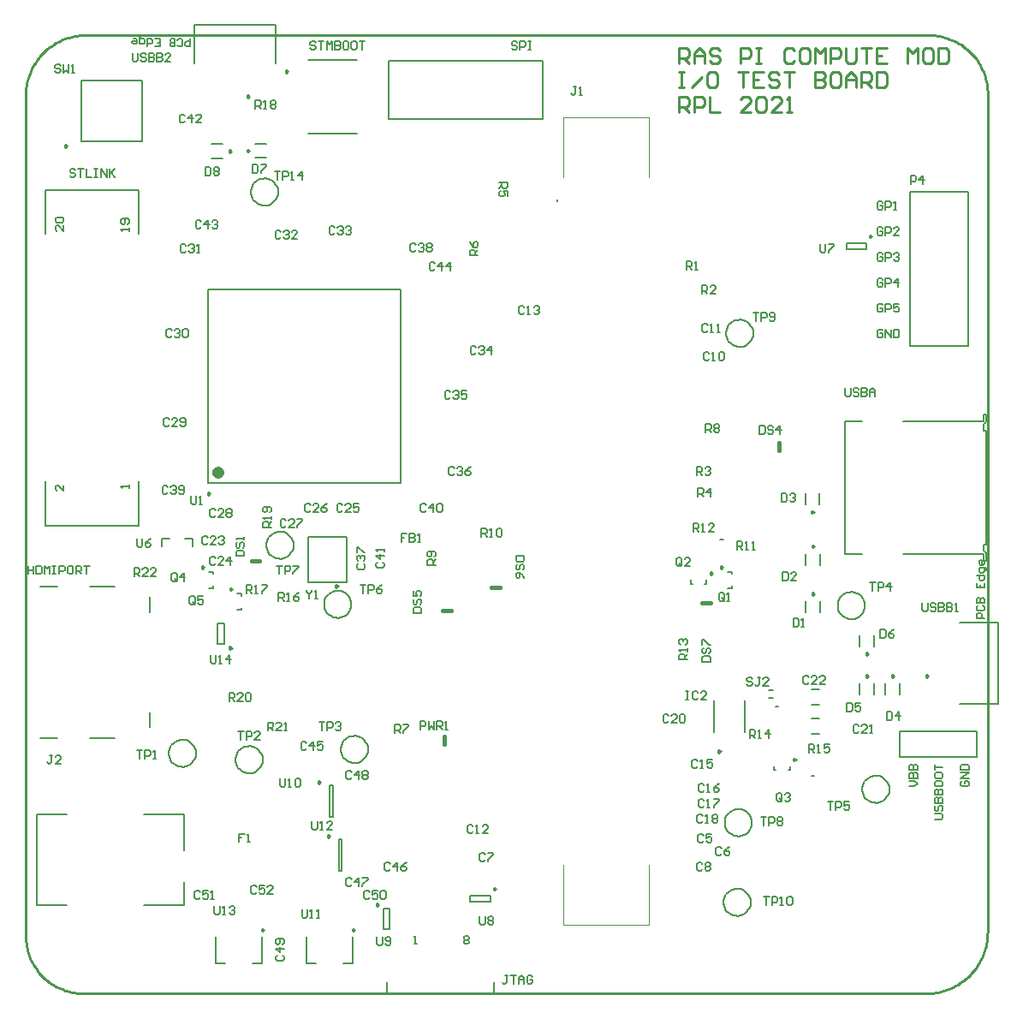
<source format=gto>
G04*
G04 #@! TF.GenerationSoftware,Altium Limited,Altium Designer,20.0.11 (256)*
G04*
G04 Layer_Color=65535*
%FSLAX25Y25*%
%MOIN*%
G70*
G01*
G75*
%ADD10C,0.00984*%
%ADD11C,0.00591*%
%ADD12C,0.02362*%
%ADD13C,0.00787*%
%ADD14C,0.01575*%
%ADD15C,0.00394*%
%ADD16C,0.01000*%
%ADD17C,0.00600*%
D10*
X80232Y134488D02*
X79494Y134914D01*
Y134062D01*
X80232Y134488D01*
X128150Y24697D02*
X127411Y25123D01*
Y24271D01*
X128150Y24697D01*
X87110Y349240D02*
X86372Y349666D01*
Y348814D01*
X87110Y349240D01*
X102079Y359000D02*
X101340Y359426D01*
Y358574D01*
X102079Y359000D01*
X86972Y328098D02*
X86234Y328525D01*
Y327672D01*
X86972Y328098D01*
X80012Y327902D02*
X79274Y328328D01*
Y327475D01*
X80012Y327902D01*
X114768Y82284D02*
X114030Y82710D01*
Y81857D01*
X114768Y82284D01*
X118268Y61283D02*
X117529Y61710D01*
Y60857D01*
X118268Y61283D01*
X92744Y24677D02*
X92006Y25103D01*
Y24251D01*
X92744Y24677D01*
X121535Y158665D02*
X120797Y159092D01*
Y158239D01*
X121535Y158665D01*
X71689Y194669D02*
X70951Y195096D01*
Y194243D01*
X71689Y194669D01*
X16043Y329925D02*
X15305Y330351D01*
Y329499D01*
X16043Y329925D01*
X327980Y132155D02*
X327242Y132582D01*
Y131729D01*
X327980Y132155D01*
X183004Y40740D02*
X182266Y41166D01*
Y40314D01*
X183004Y40740D01*
X137252Y34512D02*
X136514Y34938D01*
Y34086D01*
X137252Y34512D01*
X306894Y187429D02*
X306155Y187856D01*
Y187003D01*
X306894Y187429D01*
X307091Y174020D02*
X306352Y174446D01*
Y173593D01*
X307091Y174020D01*
X328091Y123520D02*
X327352Y123946D01*
Y123093D01*
X328091Y123520D01*
X307091Y155520D02*
X306352Y155946D01*
Y155094D01*
X307091Y155520D01*
X338091Y123520D02*
X337352Y123946D01*
Y123093D01*
X338091Y123520D01*
X299913Y91059D02*
X299175Y91485D01*
Y90633D01*
X299913Y91059D01*
X329504Y294740D02*
X328766Y295166D01*
Y294314D01*
X329504Y294740D01*
X267413Y163559D02*
X266675Y163985D01*
Y163133D01*
X267413Y163559D01*
X270555Y94319D02*
X269817Y94745D01*
Y93893D01*
X270555Y94319D01*
X80433Y157421D02*
X79695Y157847D01*
Y156995D01*
X80433Y157421D01*
X69433Y165921D02*
X68695Y166348D01*
Y165495D01*
X69433Y165921D01*
X351276Y123592D02*
X350537Y124019D01*
Y123166D01*
X351276Y123592D01*
X271433Y165921D02*
X270695Y166348D01*
Y165495D01*
X271433Y165921D01*
D11*
X98295Y312000D02*
X98200Y313002D01*
X97916Y313968D01*
X97455Y314863D01*
X96832Y315654D01*
X96072Y316313D01*
X95200Y316817D01*
X94248Y317146D01*
X93252Y317289D01*
X92246Y317241D01*
X91268Y317004D01*
X90352Y316586D01*
X89532Y316002D01*
X88838Y315273D01*
X88293Y314426D01*
X87919Y313492D01*
X87729Y312503D01*
Y311497D01*
X87919Y310508D01*
X88293Y309574D01*
X88838Y308727D01*
X89532Y307998D01*
X90352Y307414D01*
X91268Y306996D01*
X92246Y306759D01*
X93252Y306711D01*
X94248Y306854D01*
X95200Y307183D01*
X96072Y307687D01*
X96832Y308346D01*
X97455Y309137D01*
X97916Y310032D01*
X98200Y310998D01*
X98295Y312000D01*
X104295Y174500D02*
X104200Y175502D01*
X103916Y176468D01*
X103455Y177363D01*
X102832Y178154D01*
X102072Y178813D01*
X101200Y179317D01*
X100248Y179646D01*
X99252Y179789D01*
X98246Y179741D01*
X97268Y179504D01*
X96352Y179086D01*
X95532Y178502D01*
X94838Y177773D01*
X94293Y176926D01*
X93919Y175992D01*
X93729Y175003D01*
Y173997D01*
X93919Y173008D01*
X94293Y172074D01*
X94838Y171227D01*
X95532Y170498D01*
X96352Y169914D01*
X97268Y169496D01*
X98246Y169259D01*
X99252Y169211D01*
X100248Y169354D01*
X101200Y169683D01*
X102072Y170187D01*
X102832Y170846D01*
X103455Y171637D01*
X103916Y172532D01*
X104200Y173498D01*
X104295Y174500D01*
X126795Y151500D02*
X126700Y152502D01*
X126416Y153468D01*
X125955Y154363D01*
X125332Y155154D01*
X124572Y155813D01*
X123700Y156317D01*
X122748Y156646D01*
X121752Y156789D01*
X120746Y156741D01*
X119768Y156504D01*
X118852Y156086D01*
X118032Y155502D01*
X117338Y154773D01*
X116793Y153926D01*
X116419Y152992D01*
X116229Y152003D01*
Y150997D01*
X116419Y150008D01*
X116793Y149074D01*
X117338Y148227D01*
X118032Y147498D01*
X118852Y146914D01*
X119768Y146496D01*
X120746Y146259D01*
X121752Y146211D01*
X122748Y146354D01*
X123700Y146683D01*
X124572Y147187D01*
X125332Y147846D01*
X125955Y148637D01*
X126416Y149532D01*
X126700Y150498D01*
X126795Y151500D01*
X283295Y257000D02*
X283200Y258002D01*
X282916Y258968D01*
X282455Y259863D01*
X281832Y260654D01*
X281072Y261313D01*
X280200Y261817D01*
X279248Y262146D01*
X278252Y262289D01*
X277246Y262241D01*
X276268Y262004D01*
X275352Y261586D01*
X274532Y261002D01*
X273838Y260273D01*
X273293Y259426D01*
X272919Y258492D01*
X272729Y257503D01*
Y256497D01*
X272919Y255508D01*
X273293Y254574D01*
X273838Y253727D01*
X274532Y252998D01*
X275352Y252414D01*
X276268Y251996D01*
X277246Y251759D01*
X278252Y251711D01*
X279248Y251854D01*
X280200Y252183D01*
X281072Y252687D01*
X281832Y253346D01*
X282455Y254137D01*
X282916Y255032D01*
X283200Y255998D01*
X283295Y257000D01*
X66295Y93500D02*
X66200Y94502D01*
X65916Y95468D01*
X65455Y96363D01*
X64832Y97154D01*
X64072Y97813D01*
X63200Y98317D01*
X62248Y98646D01*
X61252Y98789D01*
X60246Y98741D01*
X59268Y98504D01*
X58352Y98086D01*
X57532Y97502D01*
X56838Y96773D01*
X56293Y95926D01*
X55919Y94992D01*
X55729Y94003D01*
Y92997D01*
X55919Y92008D01*
X56293Y91074D01*
X56838Y90227D01*
X57532Y89498D01*
X58352Y88914D01*
X59268Y88496D01*
X60246Y88259D01*
X61252Y88211D01*
X62248Y88354D01*
X63200Y88683D01*
X64072Y89187D01*
X64832Y89846D01*
X65455Y90637D01*
X65916Y91532D01*
X66200Y92498D01*
X66295Y93500D01*
X282795Y66500D02*
X282700Y67502D01*
X282416Y68468D01*
X281955Y69363D01*
X281332Y70154D01*
X280572Y70813D01*
X279700Y71317D01*
X278748Y71646D01*
X277752Y71789D01*
X276746Y71741D01*
X275768Y71504D01*
X274852Y71086D01*
X274032Y70502D01*
X273338Y69773D01*
X272793Y68926D01*
X272419Y67992D01*
X272229Y67003D01*
Y65997D01*
X272419Y65008D01*
X272793Y64074D01*
X273338Y63227D01*
X274032Y62498D01*
X274852Y61914D01*
X275768Y61496D01*
X276746Y61259D01*
X277752Y61211D01*
X278748Y61354D01*
X279700Y61683D01*
X280572Y62187D01*
X281332Y62846D01*
X281955Y63637D01*
X282416Y64532D01*
X282700Y65498D01*
X282795Y66500D01*
X133295Y95000D02*
X133200Y96002D01*
X132916Y96968D01*
X132455Y97863D01*
X131832Y98654D01*
X131072Y99313D01*
X130200Y99817D01*
X129248Y100146D01*
X128252Y100289D01*
X127246Y100241D01*
X126268Y100004D01*
X125352Y99586D01*
X124532Y99002D01*
X123838Y98273D01*
X123293Y97426D01*
X122919Y96492D01*
X122729Y95503D01*
Y94497D01*
X122919Y93508D01*
X123293Y92574D01*
X123838Y91727D01*
X124532Y90998D01*
X125352Y90414D01*
X126268Y89996D01*
X127246Y89759D01*
X128252Y89711D01*
X129248Y89854D01*
X130200Y90183D01*
X131072Y90687D01*
X131832Y91346D01*
X132455Y92137D01*
X132916Y93032D01*
X133200Y93998D01*
X133295Y95000D01*
X326795Y151000D02*
X326700Y152002D01*
X326416Y152968D01*
X325955Y153863D01*
X325332Y154654D01*
X324572Y155313D01*
X323700Y155817D01*
X322748Y156146D01*
X321752Y156289D01*
X320746Y156241D01*
X319768Y156004D01*
X318852Y155586D01*
X318032Y155002D01*
X317338Y154273D01*
X316793Y153426D01*
X316419Y152492D01*
X316229Y151503D01*
Y150497D01*
X316419Y149508D01*
X316793Y148574D01*
X317338Y147727D01*
X318032Y146998D01*
X318852Y146414D01*
X319768Y145996D01*
X320746Y145759D01*
X321752Y145711D01*
X322748Y145854D01*
X323700Y146183D01*
X324572Y146687D01*
X325332Y147346D01*
X325955Y148137D01*
X326416Y149032D01*
X326700Y149998D01*
X326795Y151000D01*
X92295Y91000D02*
X92200Y92002D01*
X91916Y92968D01*
X91455Y93863D01*
X90832Y94654D01*
X90072Y95313D01*
X89200Y95817D01*
X88248Y96146D01*
X87252Y96289D01*
X86246Y96241D01*
X85268Y96004D01*
X84352Y95586D01*
X83532Y95002D01*
X82838Y94273D01*
X82293Y93426D01*
X81919Y92492D01*
X81729Y91503D01*
Y90497D01*
X81919Y89508D01*
X82293Y88574D01*
X82838Y87727D01*
X83532Y86998D01*
X84352Y86414D01*
X85268Y85996D01*
X86246Y85759D01*
X87252Y85711D01*
X88248Y85854D01*
X89200Y86183D01*
X90072Y86687D01*
X90832Y87346D01*
X91455Y88137D01*
X91916Y89032D01*
X92200Y89998D01*
X92295Y91000D01*
X282295Y35500D02*
X282200Y36502D01*
X281916Y37468D01*
X281455Y38363D01*
X280832Y39154D01*
X280072Y39813D01*
X279200Y40317D01*
X278248Y40646D01*
X277252Y40789D01*
X276246Y40741D01*
X275268Y40504D01*
X274352Y40086D01*
X273532Y39502D01*
X272838Y38773D01*
X272293Y37926D01*
X271919Y36992D01*
X271729Y36003D01*
Y34997D01*
X271919Y34008D01*
X272293Y33074D01*
X272838Y32227D01*
X273532Y31498D01*
X274352Y30914D01*
X275268Y30496D01*
X276246Y30259D01*
X277252Y30211D01*
X278248Y30354D01*
X279200Y30683D01*
X280072Y31187D01*
X280832Y31846D01*
X281455Y32637D01*
X281916Y33532D01*
X282200Y34498D01*
X282295Y35500D01*
X336295Y79500D02*
X336200Y80502D01*
X335916Y81468D01*
X335455Y82363D01*
X334832Y83154D01*
X334072Y83813D01*
X333200Y84317D01*
X332248Y84646D01*
X331252Y84789D01*
X330246Y84741D01*
X329268Y84504D01*
X328352Y84086D01*
X327532Y83502D01*
X326838Y82773D01*
X326293Y81926D01*
X325919Y80992D01*
X325729Y80003D01*
Y78997D01*
X325919Y78008D01*
X326293Y77074D01*
X326838Y76227D01*
X327532Y75498D01*
X328352Y74914D01*
X329268Y74496D01*
X330246Y74259D01*
X331252Y74211D01*
X332248Y74354D01*
X333200Y74683D01*
X334072Y75187D01*
X334832Y75846D01*
X335455Y76637D01*
X335916Y77532D01*
X336200Y78498D01*
X336295Y79500D01*
X64079Y371642D02*
Y368690D01*
X62603D01*
X62111Y369182D01*
Y370166D01*
X62603Y370658D01*
X64079D01*
X59159Y369182D02*
X59651Y368690D01*
X60635D01*
X61127Y369182D01*
Y371150D01*
X60635Y371642D01*
X59651D01*
X59159Y371150D01*
X58175Y368690D02*
Y371642D01*
X56699D01*
X56207Y371150D01*
Y370658D01*
X56699Y370166D01*
X58175D01*
X56699D01*
X56207Y369674D01*
Y369182D01*
X56699Y368690D01*
X58175D01*
X50304D02*
X52271D01*
Y371642D01*
X50304D01*
X52271Y370166D02*
X51288D01*
X47352Y368690D02*
Y371642D01*
X48828D01*
X49320Y371150D01*
Y370166D01*
X48828Y369674D01*
X47352D01*
X45384Y372626D02*
X44892D01*
X44400Y372134D01*
Y369674D01*
X45876D01*
X46368Y370166D01*
Y371150D01*
X45876Y371642D01*
X44400D01*
X41940D02*
X42924D01*
X43416Y371150D01*
Y370166D01*
X42924Y369674D01*
X41940D01*
X41448Y370166D01*
Y370658D01*
X43416D01*
X373185Y146132D02*
X370233D01*
Y147608D01*
X370725Y148100D01*
X371709D01*
X372201Y147608D01*
Y146132D01*
X370725Y151052D02*
X370233Y150560D01*
Y149576D01*
X370725Y149084D01*
X372693D01*
X373185Y149576D01*
Y150560D01*
X372693Y151052D01*
X370233Y152035D02*
X373185D01*
Y153511D01*
X372693Y154003D01*
X372201D01*
X371709Y153511D01*
Y152035D01*
Y153511D01*
X371217Y154003D01*
X370725D01*
X370233Y153511D01*
Y152035D01*
Y159907D02*
Y157939D01*
X373185D01*
Y159907D01*
X371709Y157939D02*
Y158923D01*
X370233Y162859D02*
X373185D01*
Y161383D01*
X372693Y160891D01*
X371709D01*
X371217Y161383D01*
Y162859D01*
X374169Y164827D02*
Y165319D01*
X373677Y165811D01*
X371217D01*
Y164335D01*
X371709Y163843D01*
X372693D01*
X373185Y164335D01*
Y165811D01*
Y168271D02*
Y167287D01*
X372693Y166795D01*
X371709D01*
X371217Y167287D01*
Y168271D01*
X371709Y168762D01*
X372201D01*
Y166795D01*
D12*
X76020Y202839D02*
X75575Y203762D01*
X74576Y203990D01*
X73774Y203351D01*
Y202326D01*
X74576Y201687D01*
X75575Y201915D01*
X76020Y202839D01*
D13*
X207110Y308264D02*
Y309051D01*
Y308264D01*
X374058Y171173D02*
X373727Y172034D01*
X372878Y172394D01*
Y221606D02*
X373727Y221966D01*
X374058Y222827D01*
X74819Y136063D02*
Y143937D01*
X77181Y136063D02*
Y143937D01*
X74819D02*
X77181D01*
X74819Y136063D02*
X77181D01*
X127461Y11902D02*
Y22138D01*
X123721Y11902D02*
X127461D01*
X109350D02*
Y22138D01*
Y11902D02*
X113091D01*
X7677Y312854D02*
X43898D01*
Y295728D02*
Y312854D01*
X7677Y295728D02*
Y312854D01*
X43898Y182146D02*
Y199272D01*
X7677Y182146D02*
Y199272D01*
Y182146D02*
X43898D01*
X97327Y362232D02*
Y377075D01*
Y368678D02*
Y377075D01*
X65673D02*
X97327D01*
X65673Y362232D02*
Y377075D01*
X109992Y334709D02*
X129008D01*
X109992Y363291D02*
X129008D01*
X141500Y340480D02*
X201500D01*
X141500D02*
Y363000D01*
X201500Y340480D02*
Y363000D01*
X141500D02*
X201500D01*
X89391Y325331D02*
X93722D01*
X89335Y330756D02*
X93665D01*
X72278Y330669D02*
X76609D01*
X72335Y325244D02*
X76665D01*
X118409Y81102D02*
X119591D01*
X118409Y68898D02*
X119591D01*
X118409D02*
Y81102D01*
X119591Y68898D02*
Y81102D01*
X121909Y60102D02*
X123091D01*
X121909Y47898D02*
X123091D01*
X121909D02*
Y60102D01*
X123091Y47898D02*
Y60102D01*
X73945Y11882D02*
X77685D01*
X73945D02*
Y22118D01*
X88315Y11882D02*
X92055D01*
Y22118D01*
X110020Y160142D02*
X124980D01*
Y177858D01*
X110020D02*
X124980D01*
X110020Y160142D02*
Y177858D01*
X70902Y198902D02*
X146098D01*
X70902Y274098D02*
X146098D01*
X70902Y198902D02*
Y274098D01*
X146098Y198902D02*
Y274098D01*
X21689Y331689D02*
Y355311D01*
Y331689D02*
X45311D01*
Y355311D01*
X21689D02*
X45311D01*
X324831Y135010D02*
Y139340D01*
X330256Y135066D02*
Y139397D01*
X305925Y112547D02*
X309075D01*
X305925Y118453D02*
X309075D01*
X61543Y34283D02*
Y43535D01*
X4457Y34283D02*
X16071D01*
X45992D02*
X61543D01*
Y55740D02*
Y69717D01*
X45992D02*
X61543D01*
X4457D02*
X16071D01*
X4457Y34283D02*
Y69717D01*
X173063Y35819D02*
X180937D01*
X173063Y38181D02*
X180937D01*
X173063Y35819D02*
Y38181D01*
X180937Y35819D02*
Y38181D01*
X141681Y25063D02*
Y32937D01*
X139319Y25063D02*
Y32937D01*
Y25063D02*
X141681D01*
X139319Y32937D02*
X141681D01*
X309169Y190340D02*
Y194671D01*
X303744Y190284D02*
Y194615D01*
X303831Y166778D02*
Y171109D01*
X309256Y166835D02*
Y171165D01*
X324831Y116278D02*
Y120609D01*
X330256Y116335D02*
Y120665D01*
X303831Y148278D02*
Y152609D01*
X309256Y148335D02*
Y152665D01*
X334831Y116278D02*
Y120609D01*
X340256Y116335D02*
Y120665D01*
X182268Y240D02*
Y4571D01*
X140732Y240D02*
Y4571D01*
Y240D02*
X182268D01*
X291350Y86925D02*
X292138D01*
X291350D02*
Y88532D01*
X296862Y86925D02*
X297650D01*
Y88532D01*
X327437Y289819D02*
Y292181D01*
X319563Y289819D02*
Y292181D01*
X327437D01*
X319563Y289819D02*
X327437D01*
X258850Y159425D02*
X259638D01*
X258850D02*
Y161031D01*
X264362Y159425D02*
X265150D01*
Y161031D01*
X267898Y101898D02*
Y114102D01*
X280004D02*
X280102D01*
X267898D02*
X267996D01*
X280102Y101898D02*
Y114102D01*
X280004Y101898D02*
X280102D01*
X267898D02*
X267996D01*
X370500Y92000D02*
Y102000D01*
X340500Y92000D02*
X370500D01*
X340500D02*
Y102000D01*
X370500D01*
X64906Y174000D02*
Y177150D01*
X61953D02*
X64906D01*
X53095Y174000D02*
Y177150D01*
X56047D01*
X367000Y252000D02*
Y312000D01*
X344480Y252000D02*
X367000D01*
X344480Y312000D02*
X367000D01*
X344480Y252000D02*
Y312000D01*
X289394Y117936D02*
X290969D01*
X289394Y115180D02*
X290969D01*
X305925Y101047D02*
X309075D01*
X305925Y106953D02*
X309075D01*
X84075Y149350D02*
Y150138D01*
X82468Y149350D02*
X84075D01*
Y154862D02*
Y155650D01*
X82468D02*
X84075D01*
X73075Y157850D02*
Y158638D01*
X71469Y157850D02*
X73075D01*
Y163362D02*
Y164150D01*
X71469D02*
X73075D01*
X270409Y176831D02*
X271591D01*
X305909Y84669D02*
X307090D01*
X363776Y112884D02*
X378618D01*
X370221D02*
X378618D01*
Y144537D01*
X363776D02*
X378618D01*
X275075Y157850D02*
Y158638D01*
X273468Y157850D02*
X275075D01*
Y163362D02*
Y164150D01*
X273468D02*
X275075D01*
X291850Y111719D02*
X293031D01*
X372878Y174756D02*
X374059Y174756D01*
X372878Y168457D02*
X374059D01*
X372878D02*
Y171213D01*
X374058Y171173D02*
X374059Y168457D01*
X372878Y174756D02*
X372878Y172394D01*
X372878Y219244D02*
X372878Y221606D01*
X372878Y219244D02*
X374059D01*
X374058Y222827D02*
X374059Y225543D01*
X372878Y222787D02*
Y225543D01*
X374059D01*
X318941Y171213D02*
Y222787D01*
X374059Y174756D02*
Y219244D01*
X318941Y171213D02*
X325634D01*
X341539D02*
X372878D01*
X341539Y222787D02*
X372878D01*
X318941D02*
X325634D01*
X5701Y99472D02*
X12394D01*
X24992D02*
X34835D01*
X48417Y103606D02*
Y109512D01*
Y148488D02*
Y154394D01*
X24992Y158528D02*
X34835D01*
X5701D02*
X12394D01*
D14*
X87925Y168504D02*
X91075D01*
X181425Y158004D02*
X184575D01*
X162425Y149004D02*
X165575D01*
X293496Y211425D02*
Y214575D01*
X263425Y151996D02*
X266575D01*
X162996Y96925D02*
Y100075D01*
D15*
X209472Y317713D02*
Y340941D01*
X242543D01*
Y317713D02*
Y340941D01*
X209472Y26768D02*
Y49996D01*
Y26768D02*
X242543D01*
Y49996D01*
X57386Y372665D02*
X104236D01*
X374209Y105974D02*
Y152825D01*
D16*
X254500Y362195D02*
Y368193D01*
X257499D01*
X258499Y367194D01*
Y365194D01*
X257499Y364195D01*
X254500D01*
X256499D02*
X258499Y362195D01*
X260498D02*
Y366194D01*
X262497Y368193D01*
X264497Y366194D01*
Y362195D01*
Y365194D01*
X260498D01*
X270495Y367194D02*
X269495Y368193D01*
X267496D01*
X266496Y367194D01*
Y366194D01*
X267496Y365194D01*
X269495D01*
X270495Y364195D01*
Y363195D01*
X269495Y362195D01*
X267496D01*
X266496Y363195D01*
X278492Y362195D02*
Y368193D01*
X281491D01*
X282491Y367194D01*
Y365194D01*
X281491Y364195D01*
X278492D01*
X284490Y368193D02*
X286490D01*
X285490D01*
Y362195D01*
X284490D01*
X286490D01*
X299485Y367194D02*
X298486Y368193D01*
X296486D01*
X295487Y367194D01*
Y363195D01*
X296486Y362195D01*
X298486D01*
X299485Y363195D01*
X304484Y368193D02*
X302484D01*
X301485Y367194D01*
Y363195D01*
X302484Y362195D01*
X304484D01*
X305484Y363195D01*
Y367194D01*
X304484Y368193D01*
X307483Y362195D02*
Y368193D01*
X309482Y366194D01*
X311482Y368193D01*
Y362195D01*
X313481D02*
Y368193D01*
X316480D01*
X317480Y367194D01*
Y365194D01*
X316480Y364195D01*
X313481D01*
X319479Y368193D02*
Y363195D01*
X320479Y362195D01*
X322478D01*
X323478Y363195D01*
Y368193D01*
X325477D02*
X329476D01*
X327476D01*
Y362195D01*
X335474Y368193D02*
X331475D01*
Y362195D01*
X335474D01*
X331475Y365194D02*
X333474D01*
X343471Y362195D02*
Y368193D01*
X345471Y366194D01*
X347470Y368193D01*
Y362195D01*
X352468Y368193D02*
X350469D01*
X349469Y367194D01*
Y363195D01*
X350469Y362195D01*
X352468D01*
X353468Y363195D01*
Y367194D01*
X352468Y368193D01*
X355467D02*
Y362195D01*
X358466D01*
X359466Y363195D01*
Y367194D01*
X358466Y368193D01*
X355467D01*
X254500Y358596D02*
X256499D01*
X255500D01*
Y352598D01*
X254500D01*
X256499D01*
X259498D02*
X263497Y356596D01*
X268495Y358596D02*
X266496D01*
X265496Y357596D01*
Y353597D01*
X266496Y352598D01*
X268495D01*
X269495Y353597D01*
Y357596D01*
X268495Y358596D01*
X277493D02*
X281491D01*
X279492D01*
Y352598D01*
X287489Y358596D02*
X283491D01*
Y352598D01*
X287489D01*
X283491Y355597D02*
X285490D01*
X293487Y357596D02*
X292488Y358596D01*
X290488D01*
X289489Y357596D01*
Y356596D01*
X290488Y355597D01*
X292488D01*
X293487Y354597D01*
Y353597D01*
X292488Y352598D01*
X290488D01*
X289489Y353597D01*
X295487Y358596D02*
X299485D01*
X297486D01*
Y352598D01*
X307483Y358596D02*
Y352598D01*
X310482D01*
X311482Y353597D01*
Y354597D01*
X310482Y355597D01*
X307483D01*
X310482D01*
X311482Y356596D01*
Y357596D01*
X310482Y358596D01*
X307483D01*
X316480D02*
X314481D01*
X313481Y357596D01*
Y353597D01*
X314481Y352598D01*
X316480D01*
X317480Y353597D01*
Y357596D01*
X316480Y358596D01*
X319479Y352598D02*
Y356596D01*
X321478Y358596D01*
X323478Y356596D01*
Y352598D01*
Y355597D01*
X319479D01*
X325477Y352598D02*
Y358596D01*
X328476D01*
X329476Y357596D01*
Y355597D01*
X328476Y354597D01*
X325477D01*
X327476D02*
X329476Y352598D01*
X331475Y358596D02*
Y352598D01*
X334474D01*
X335474Y353597D01*
Y357596D01*
X334474Y358596D01*
X331475D01*
X254500Y343000D02*
Y348998D01*
X257499D01*
X258499Y347998D01*
Y345999D01*
X257499Y344999D01*
X254500D01*
X256499D02*
X258499Y343000D01*
X260498D02*
Y348998D01*
X263497D01*
X264497Y347998D01*
Y345999D01*
X263497Y344999D01*
X260498D01*
X266496Y348998D02*
Y343000D01*
X270495D01*
X282491D02*
X278492D01*
X282491Y346999D01*
Y347998D01*
X281491Y348998D01*
X279492D01*
X278492Y347998D01*
X284490D02*
X285490Y348998D01*
X287489D01*
X288489Y347998D01*
Y344000D01*
X287489Y343000D01*
X285490D01*
X284490Y344000D01*
Y347998D01*
X294487Y343000D02*
X290488D01*
X294487Y346999D01*
Y347998D01*
X293487Y348998D01*
X291488D01*
X290488Y347998D01*
X296486Y343000D02*
X298486D01*
X297486D01*
Y348998D01*
X296486Y347998D01*
X0Y22500D02*
X22Y21504D01*
X88Y20511D01*
X198Y19521D01*
X352Y18537D01*
X550Y17561D01*
X790Y16594D01*
X1073Y15639D01*
X1398Y14698D01*
X1764Y13772D01*
X2171Y12863D01*
X2618Y11973D01*
X3104Y11104D01*
X3628Y10257D01*
X4189Y9434D01*
X4786Y8636D01*
X5417Y7866D01*
X6083Y7125D01*
X6780Y6414D01*
X7508Y5735D01*
X8265Y5088D01*
X9051Y4476D01*
X9862Y3899D01*
X10699Y3358D01*
X11559Y2855D01*
X12440Y2391D01*
X13340Y1966D01*
X14259Y1582D01*
X15194Y1238D01*
X16143Y937D01*
X17105Y678D01*
X18077Y461D01*
X19058Y288D01*
X20045Y159D01*
X21037Y73D01*
X22032Y31D01*
X374587Y350080D02*
X374566Y351071D01*
X374502Y352060D01*
X374395Y353045D01*
X374247Y354025D01*
X374056Y354997D01*
X373823Y355960D01*
X373549Y356913D01*
X373234Y357852D01*
X372879Y358778D01*
X372485Y359687D01*
X372052Y360578D01*
X371581Y361450D01*
X371072Y362300D01*
X370528Y363128D01*
X369948Y363932D01*
X369335Y364710D01*
X368688Y365461D01*
X368010Y366183D01*
X367301Y366876D01*
X366563Y367537D01*
X365797Y368166D01*
X365005Y368761D01*
X364188Y369321D01*
X363347Y369846D01*
X362485Y370335D01*
X361602Y370785D01*
X360701Y371197D01*
X359783Y371570D01*
X358850Y371903D01*
X357903Y372196D01*
X356944Y372447D01*
X355976Y372657D01*
X354999Y372825D01*
X354016Y372951D01*
X353029Y373034D01*
X352039Y373075D01*
X350500Y31D02*
X351505Y52D01*
X352508Y116D01*
X353507Y221D01*
X354501Y368D01*
X355488Y556D01*
X356467Y786D01*
X357435Y1056D01*
X358390Y1367D01*
X359332Y1718D01*
X360259Y2107D01*
X361168Y2536D01*
X362058Y3002D01*
X362928Y3505D01*
X363777Y4044D01*
X364602Y4617D01*
X365402Y5226D01*
X366176Y5867D01*
X366922Y6539D01*
X367640Y7243D01*
X368327Y7976D01*
X368983Y8738D01*
X369607Y9526D01*
X370197Y10339D01*
X370752Y11177D01*
X371272Y12037D01*
X371756Y12918D01*
X372201Y13818D01*
X372609Y14737D01*
X372978Y15672D01*
X373308Y16621D01*
X373597Y17583D01*
X373846Y18557D01*
X374054Y19541D01*
X374220Y20532D01*
X374345Y21529D01*
X374428Y22530D01*
X374469Y23535D01*
X24002Y373080D02*
X23014Y373080D01*
X22028Y373039D01*
X21044Y372957D01*
X20064Y372833D01*
X19091Y372669D01*
X18125Y372464D01*
X17168Y372219D01*
X16223Y371934D01*
X15291Y371610D01*
X14372Y371247D01*
X13470Y370846D01*
X12586Y370408D01*
X11720Y369932D01*
X10875Y369422D01*
X10052Y368876D01*
X9253Y368296D01*
X8479Y367683D01*
X7731Y367038D01*
X7011Y366363D01*
X6320Y365658D01*
X5658Y364925D01*
X5029Y364165D01*
X4431Y363379D01*
X3867Y362569D01*
X3337Y361735D01*
X2843Y360881D01*
X2384Y360006D01*
X1963Y359113D01*
X1580Y358204D01*
X1235Y357278D01*
X929Y356340D01*
X662Y355389D01*
X436Y354428D01*
X250Y353458D01*
X104Y352482D01*
X0Y351500D01*
X24002Y373080D02*
X352039D01*
X374565Y23867D02*
Y33358D01*
X22032Y31D02*
X350500D01*
X374555Y33557D02*
X374555Y350138D01*
X0Y22500D02*
Y351500D01*
D17*
X14764Y299042D02*
Y296909D01*
X12631Y299042D01*
X12098D01*
X11565Y298509D01*
Y297443D01*
X12098Y296909D01*
Y300108D02*
X11565Y300642D01*
Y301708D01*
X12098Y302241D01*
X14231D01*
X14764Y301708D01*
Y300642D01*
X14231Y300108D01*
X12098D01*
X40354Y296909D02*
Y297976D01*
Y297443D01*
X37155D01*
X37688Y296909D01*
X39821Y299575D02*
X40354Y300108D01*
Y301175D01*
X39821Y301708D01*
X37688D01*
X37155Y301175D01*
Y300108D01*
X37688Y299575D01*
X38222D01*
X38755Y300108D01*
Y301708D01*
X40354Y196909D02*
Y197976D01*
Y197443D01*
X37155D01*
X37688Y196909D01*
X14764Y197861D02*
Y195728D01*
X12631Y197861D01*
X12098D01*
X11565Y197328D01*
Y196262D01*
X12098Y195728D01*
X364519Y82721D02*
X363986Y82188D01*
Y81121D01*
X364519Y80588D01*
X366652D01*
X367185Y81121D01*
Y82188D01*
X366652Y82721D01*
X365585D01*
Y81655D01*
X367185Y83787D02*
X363986D01*
X367185Y85920D01*
X363986D01*
Y86986D02*
X367185D01*
Y88586D01*
X366652Y89119D01*
X364519D01*
X363986Y88586D01*
Y86986D01*
X343986Y80588D02*
X346118D01*
X347185Y81655D01*
X346118Y82721D01*
X343986D01*
Y83787D02*
X347185D01*
Y85387D01*
X346652Y85920D01*
X346118D01*
X345585Y85387D01*
Y83787D01*
Y85387D01*
X345052Y85920D01*
X344519D01*
X343986Y85387D01*
Y83787D01*
Y86986D02*
X347185D01*
Y88586D01*
X346652Y89119D01*
X346118D01*
X345585Y88586D01*
Y86986D01*
Y88586D01*
X345052Y89119D01*
X344519D01*
X343986Y88586D01*
Y86986D01*
X333721Y257981D02*
X333188Y258514D01*
X332121D01*
X331588Y257981D01*
Y255848D01*
X332121Y255315D01*
X333188D01*
X333721Y255848D01*
Y256915D01*
X332655D01*
X334787Y255315D02*
Y258514D01*
X336920Y255315D01*
Y258514D01*
X337986D02*
Y255315D01*
X339586D01*
X340119Y255848D01*
Y257981D01*
X339586Y258514D01*
X337986D01*
X333721Y267938D02*
X333188Y268471D01*
X332121D01*
X331588Y267938D01*
Y265805D01*
X332121Y265272D01*
X333188D01*
X333721Y265805D01*
Y266872D01*
X332655D01*
X334787Y265272D02*
Y268471D01*
X336387D01*
X336920Y267938D01*
Y266872D01*
X336387Y266338D01*
X334787D01*
X340119Y268471D02*
X337986D01*
Y266872D01*
X339053Y267405D01*
X339586D01*
X340119Y266872D01*
Y265805D01*
X339586Y265272D01*
X338519D01*
X337986Y265805D01*
X333721Y277895D02*
X333188Y278428D01*
X332121D01*
X331588Y277895D01*
Y275762D01*
X332121Y275229D01*
X333188D01*
X333721Y275762D01*
Y276829D01*
X332655D01*
X334787Y275229D02*
Y278428D01*
X336387D01*
X336920Y277895D01*
Y276829D01*
X336387Y276295D01*
X334787D01*
X339586Y275229D02*
Y278428D01*
X337986Y276829D01*
X340119D01*
X333721Y287852D02*
X333188Y288385D01*
X332121D01*
X331588Y287852D01*
Y285719D01*
X332121Y285186D01*
X333188D01*
X333721Y285719D01*
Y286786D01*
X332655D01*
X334787Y285186D02*
Y288385D01*
X336387D01*
X336920Y287852D01*
Y286786D01*
X336387Y286252D01*
X334787D01*
X337986Y287852D02*
X338519Y288385D01*
X339586D01*
X340119Y287852D01*
Y287319D01*
X339586Y286786D01*
X339053D01*
X339586D01*
X340119Y286252D01*
Y285719D01*
X339586Y285186D01*
X338519D01*
X337986Y285719D01*
X333721Y297809D02*
X333188Y298342D01*
X332121D01*
X331588Y297809D01*
Y295676D01*
X332121Y295143D01*
X333188D01*
X333721Y295676D01*
Y296743D01*
X332655D01*
X334787Y295143D02*
Y298342D01*
X336387D01*
X336920Y297809D01*
Y296743D01*
X336387Y296209D01*
X334787D01*
X340119Y295143D02*
X337986D01*
X340119Y297276D01*
Y297809D01*
X339586Y298342D01*
X338519D01*
X337986Y297809D01*
X333721Y307766D02*
X333188Y308299D01*
X332121D01*
X331588Y307766D01*
Y305633D01*
X332121Y305100D01*
X333188D01*
X333721Y305633D01*
Y306699D01*
X332655D01*
X334787Y305100D02*
Y308299D01*
X336387D01*
X336920Y307766D01*
Y306699D01*
X336387Y306166D01*
X334787D01*
X337986Y305100D02*
X339053D01*
X338519D01*
Y308299D01*
X337986Y307766D01*
X170555Y21941D02*
X171088Y22475D01*
X172155D01*
X172688Y21941D01*
Y21408D01*
X172155Y20875D01*
X172688Y20342D01*
Y19809D01*
X172155Y19276D01*
X171088D01*
X170555Y19809D01*
Y20342D01*
X171088Y20875D01*
X170555Y21408D01*
Y21941D01*
X171088Y20875D02*
X172155D01*
X151264Y19276D02*
X152330D01*
X151797D01*
Y22475D01*
X151264Y21941D01*
X72001Y131599D02*
Y128934D01*
X72535Y128401D01*
X73601D01*
X74134Y128934D01*
Y131599D01*
X75200Y128401D02*
X76267D01*
X75733D01*
Y131599D01*
X75200Y131066D01*
X79466Y128401D02*
Y131599D01*
X77866Y130000D01*
X79999D01*
X42235Y162400D02*
Y165600D01*
X43834D01*
X44367Y165066D01*
Y164000D01*
X43834Y163467D01*
X42235D01*
X43301D02*
X44367Y162400D01*
X47566D02*
X45434D01*
X47566Y164533D01*
Y165066D01*
X47033Y165600D01*
X45967D01*
X45434Y165066D01*
X50765Y162400D02*
X48633D01*
X50765Y164533D01*
Y165066D01*
X50232Y165600D01*
X49166D01*
X48633Y165066D01*
X94268Y102369D02*
Y105568D01*
X95867D01*
X96400Y105035D01*
Y103969D01*
X95867Y103435D01*
X94268D01*
X95334D02*
X96400Y102369D01*
X99599D02*
X97467D01*
X99599Y104502D01*
Y105035D01*
X99066Y105568D01*
X98000D01*
X97467Y105035D01*
X100666Y102369D02*
X101732D01*
X101199D01*
Y105568D01*
X100666Y105035D01*
X79235Y113900D02*
Y117099D01*
X80834D01*
X81367Y116566D01*
Y115500D01*
X80834Y114967D01*
X79235D01*
X80301D02*
X81367Y113900D01*
X84566D02*
X82434D01*
X84566Y116033D01*
Y116566D01*
X84033Y117099D01*
X82967D01*
X82434Y116566D01*
X85633D02*
X86166Y117099D01*
X87232D01*
X87765Y116566D01*
Y114434D01*
X87232Y113900D01*
X86166D01*
X85633Y114434D01*
Y116566D01*
X96902Y320099D02*
X99035D01*
X97968D01*
Y316900D01*
X100101D02*
Y320099D01*
X101700D01*
X102233Y319566D01*
Y318500D01*
X101700Y317967D01*
X100101D01*
X103300Y316900D02*
X104366D01*
X103833D01*
Y320099D01*
X103300Y319566D01*
X107565Y316900D02*
Y320099D01*
X105966Y318500D01*
X108098D01*
X97766Y166568D02*
X99899D01*
X98832D01*
Y163369D01*
X100965D02*
Y166568D01*
X102565D01*
X103098Y166035D01*
Y164969D01*
X102565Y164435D01*
X100965D01*
X104164Y166568D02*
X106297D01*
Y166035D01*
X104164Y163902D01*
Y163369D01*
X130235Y159099D02*
X132367D01*
X131301D01*
Y155901D01*
X133434D02*
Y159099D01*
X135033D01*
X135566Y158566D01*
Y157500D01*
X135033Y156967D01*
X133434D01*
X138765Y159099D02*
X137699Y158566D01*
X136633Y157500D01*
Y156434D01*
X137166Y155901D01*
X138232D01*
X138765Y156434D01*
Y156967D01*
X138232Y157500D01*
X136633D01*
X95600Y181501D02*
X92400D01*
Y183101D01*
X92934Y183634D01*
X94000D01*
X94533Y183101D01*
Y181501D01*
Y182568D02*
X95600Y183634D01*
Y184700D02*
Y185767D01*
Y185233D01*
X92400D01*
X92934Y184700D01*
X95066Y187366D02*
X95600Y187899D01*
Y188966D01*
X95066Y189499D01*
X92934D01*
X92400Y188966D01*
Y187899D01*
X92934Y187366D01*
X93467D01*
X94000Y187899D01*
Y189499D01*
X81901Y170268D02*
X85100D01*
Y171867D01*
X84566Y172400D01*
X82434D01*
X81901Y171867D01*
Y170268D01*
X82434Y175600D02*
X81901Y175066D01*
Y174000D01*
X82434Y173467D01*
X82967D01*
X83500Y174000D01*
Y175066D01*
X84033Y175600D01*
X84566D01*
X85100Y175066D01*
Y174000D01*
X84566Y173467D01*
X85100Y176666D02*
Y177732D01*
Y177199D01*
X81901D01*
X82434Y176666D01*
X70007Y321600D02*
Y318401D01*
X71607D01*
X72140Y318934D01*
Y321066D01*
X71607Y321600D01*
X70007D01*
X73206Y321066D02*
X73740Y321600D01*
X74806D01*
X75339Y321066D01*
Y320533D01*
X74806Y320000D01*
X75339Y319467D01*
Y318934D01*
X74806Y318401D01*
X73740D01*
X73206Y318934D01*
Y319467D01*
X73740Y320000D01*
X73206Y320533D01*
Y321066D01*
X73740Y320000D02*
X74806D01*
X88334Y322600D02*
Y319401D01*
X89934D01*
X90467Y319934D01*
Y322066D01*
X89934Y322600D01*
X88334D01*
X91533D02*
X93666D01*
Y322066D01*
X91533Y319934D01*
Y319401D01*
X73500Y34099D02*
Y31433D01*
X74033Y30900D01*
X75099D01*
X75633Y31433D01*
Y34099D01*
X76699Y30900D02*
X77765D01*
X77232D01*
Y34099D01*
X76699Y33566D01*
X79365D02*
X79898Y34099D01*
X80964D01*
X81497Y33566D01*
Y33033D01*
X80964Y32500D01*
X80431D01*
X80964D01*
X81497Y31966D01*
Y31433D01*
X80964Y30900D01*
X79898D01*
X79365Y31433D01*
X111501Y67099D02*
Y64434D01*
X112034Y63901D01*
X113101D01*
X113634Y64434D01*
Y67099D01*
X114700Y63901D02*
X115767D01*
X115233D01*
Y67099D01*
X114700Y66566D01*
X119499Y63901D02*
X117366D01*
X119499Y66033D01*
Y66566D01*
X118966Y67099D01*
X117899D01*
X117366Y66566D01*
X107535Y32599D02*
Y29934D01*
X108068Y29401D01*
X109134D01*
X109667Y29934D01*
Y32599D01*
X110733Y29401D02*
X111800D01*
X111267D01*
Y32599D01*
X110733Y32066D01*
X113399Y29401D02*
X114466D01*
X113932D01*
Y32599D01*
X113399Y32066D01*
X99001Y83600D02*
Y80934D01*
X99534Y80401D01*
X100601D01*
X101134Y80934D01*
Y83600D01*
X102200Y80401D02*
X103267D01*
X102733D01*
Y83600D01*
X102200Y83066D01*
X104866D02*
X105399Y83600D01*
X106466D01*
X106999Y83066D01*
Y80934D01*
X106466Y80401D01*
X105399D01*
X104866Y80934D01*
Y83066D01*
X89867Y41566D02*
X89334Y42099D01*
X88268D01*
X87735Y41566D01*
Y39434D01*
X88268Y38901D01*
X89334D01*
X89867Y39434D01*
X93066Y42099D02*
X90934D01*
Y40500D01*
X92000Y41033D01*
X92533D01*
X93066Y40500D01*
Y39434D01*
X92533Y38901D01*
X91467D01*
X90934Y39434D01*
X96265Y38901D02*
X94133D01*
X96265Y41033D01*
Y41566D01*
X95732Y42099D01*
X94666D01*
X94133Y41566D01*
X67901Y39566D02*
X67367Y40099D01*
X66301D01*
X65768Y39566D01*
Y37434D01*
X66301Y36900D01*
X67367D01*
X67901Y37434D01*
X71100Y40099D02*
X68967D01*
Y38500D01*
X70033Y39033D01*
X70566D01*
X71100Y38500D01*
Y37434D01*
X70566Y36900D01*
X69500D01*
X68967Y37434D01*
X72166Y36900D02*
X73232D01*
X72699D01*
Y40099D01*
X72166Y39566D01*
X133867D02*
X133334Y40099D01*
X132268D01*
X131735Y39566D01*
Y37434D01*
X132268Y36900D01*
X133334D01*
X133867Y37434D01*
X137066Y40099D02*
X134934D01*
Y38500D01*
X136000Y39033D01*
X136533D01*
X137066Y38500D01*
Y37434D01*
X136533Y36900D01*
X135467D01*
X134934Y37434D01*
X138133Y39566D02*
X138666Y40099D01*
X139732D01*
X140265Y39566D01*
Y37434D01*
X139732Y36900D01*
X138666D01*
X138133Y37434D01*
Y39566D01*
X97934Y14867D02*
X97400Y14334D01*
Y13268D01*
X97934Y12735D01*
X100066D01*
X100600Y13268D01*
Y14334D01*
X100066Y14867D01*
X100600Y17533D02*
X97400D01*
X99000Y15934D01*
Y18066D01*
X100066Y19133D02*
X100600Y19666D01*
Y20732D01*
X100066Y21265D01*
X97934D01*
X97400Y20732D01*
Y19666D01*
X97934Y19133D01*
X98467D01*
X99000Y19666D01*
Y21265D01*
X126867Y86066D02*
X126334Y86599D01*
X125268D01*
X124735Y86066D01*
Y83934D01*
X125268Y83400D01*
X126334D01*
X126867Y83934D01*
X129533Y83400D02*
Y86599D01*
X127934Y85000D01*
X130066D01*
X131133Y86066D02*
X131666Y86599D01*
X132732D01*
X133265Y86066D01*
Y85533D01*
X132732Y85000D01*
X133265Y84467D01*
Y83934D01*
X132732Y83400D01*
X131666D01*
X131133Y83934D01*
Y84467D01*
X131666Y85000D01*
X131133Y85533D01*
Y86066D01*
X131666Y85000D02*
X132732D01*
X126867Y44566D02*
X126334Y45099D01*
X125268D01*
X124735Y44566D01*
Y42434D01*
X125268Y41901D01*
X126334D01*
X126867Y42434D01*
X129533Y41901D02*
Y45099D01*
X127934Y43500D01*
X130066D01*
X131133Y45099D02*
X133265D01*
Y44566D01*
X131133Y42434D01*
Y41901D01*
X141867Y50566D02*
X141334Y51099D01*
X140268D01*
X139735Y50566D01*
Y48434D01*
X140268Y47901D01*
X141334D01*
X141867Y48434D01*
X144533Y47901D02*
Y51099D01*
X142934Y49500D01*
X145066D01*
X148265Y51099D02*
X147199Y50566D01*
X146133Y49500D01*
Y48434D01*
X146666Y47901D01*
X147732D01*
X148265Y48434D01*
Y48967D01*
X147732Y49500D01*
X146133D01*
X109367Y97566D02*
X108834Y98099D01*
X107768D01*
X107235Y97566D01*
Y95434D01*
X107768Y94901D01*
X108834D01*
X109367Y95434D01*
X112033Y94901D02*
Y98099D01*
X110434Y96500D01*
X112566D01*
X115765Y98099D02*
X113633D01*
Y96500D01*
X114699Y97033D01*
X115232D01*
X115765Y96500D01*
Y95434D01*
X115232Y94901D01*
X114166D01*
X113633Y95434D01*
X109367Y157099D02*
Y156566D01*
X110434Y155500D01*
X111500Y156566D01*
Y157099D01*
X110434Y155500D02*
Y153901D01*
X112566D02*
X113633D01*
X113100D01*
Y157099D01*
X112566Y156566D01*
X191401Y370066D02*
X190867Y370600D01*
X189801D01*
X189268Y370066D01*
Y369533D01*
X189801Y369000D01*
X190867D01*
X191401Y368467D01*
Y367934D01*
X190867Y367401D01*
X189801D01*
X189268Y367934D01*
X192467Y367401D02*
Y370600D01*
X194066D01*
X194599Y370066D01*
Y369000D01*
X194066Y368467D01*
X192467D01*
X195666Y370600D02*
X196732D01*
X196199D01*
Y367401D01*
X195666D01*
X196732D01*
X64367Y193599D02*
Y190934D01*
X64900Y190401D01*
X65967D01*
X66500Y190934D01*
Y193599D01*
X67566Y190401D02*
X68633D01*
X68099D01*
Y193599D01*
X67566Y193066D01*
X41536Y366100D02*
Y363434D01*
X42069Y362900D01*
X43135D01*
X43668Y363434D01*
Y366100D01*
X46867Y365566D02*
X46334Y366100D01*
X45268D01*
X44735Y365566D01*
Y365033D01*
X45268Y364500D01*
X46334D01*
X46867Y363967D01*
Y363434D01*
X46334Y362900D01*
X45268D01*
X44735Y363434D01*
X47934Y366100D02*
Y362900D01*
X49533D01*
X50066Y363434D01*
Y363967D01*
X49533Y364500D01*
X47934D01*
X49533D01*
X50066Y365033D01*
Y365566D01*
X49533Y366100D01*
X47934D01*
X51133D02*
Y362900D01*
X52732D01*
X53265Y363434D01*
Y363967D01*
X52732Y364500D01*
X51133D01*
X52732D01*
X53265Y365033D01*
Y365566D01*
X52732Y366100D01*
X51133D01*
X56464Y362900D02*
X54332D01*
X56464Y365033D01*
Y365566D01*
X55931Y366100D01*
X54865D01*
X54332Y365566D01*
X13633Y361066D02*
X13100Y361599D01*
X12033D01*
X11500Y361066D01*
Y360533D01*
X12033Y359999D01*
X13100D01*
X13633Y359466D01*
Y358933D01*
X13100Y358400D01*
X12033D01*
X11500Y358933D01*
X14699Y361599D02*
Y358400D01*
X15765Y359466D01*
X16832Y358400D01*
Y361599D01*
X17898Y358400D02*
X18964D01*
X18431D01*
Y361599D01*
X17898Y361066D01*
X89501Y344401D02*
Y347600D01*
X91101D01*
X91634Y347066D01*
Y346000D01*
X91101Y345467D01*
X89501D01*
X90568D02*
X91634Y344401D01*
X92700D02*
X93767D01*
X93233D01*
Y347600D01*
X92700Y347066D01*
X95366D02*
X95899Y347600D01*
X96965D01*
X97499Y347066D01*
Y346533D01*
X96965Y346000D01*
X97499Y345467D01*
Y344934D01*
X96965Y344401D01*
X95899D01*
X95366Y344934D01*
Y345467D01*
X95899Y346000D01*
X95366Y346533D01*
Y347066D01*
X95899Y346000D02*
X96965D01*
X112969Y370066D02*
X112436Y370600D01*
X111370D01*
X110837Y370066D01*
Y369533D01*
X111370Y369000D01*
X112436D01*
X112969Y368467D01*
Y367934D01*
X112436Y367401D01*
X111370D01*
X110837Y367934D01*
X114036Y370600D02*
X116168D01*
X115102D01*
Y367401D01*
X117235D02*
Y370600D01*
X118301Y369533D01*
X119367Y370600D01*
Y367401D01*
X120434Y370600D02*
Y367401D01*
X122033D01*
X122566Y367934D01*
Y368467D01*
X122033Y369000D01*
X120434D01*
X122033D01*
X122566Y369533D01*
Y370066D01*
X122033Y370600D01*
X120434D01*
X125232D02*
X124166D01*
X123633Y370066D01*
Y367934D01*
X124166Y367401D01*
X125232D01*
X125765Y367934D01*
Y370066D01*
X125232Y370600D01*
X128431D02*
X127365D01*
X126832Y370066D01*
Y367934D01*
X127365Y367401D01*
X128431D01*
X128964Y367934D01*
Y370066D01*
X128431Y370600D01*
X130031D02*
X132163D01*
X131097D01*
Y367401D01*
X19335Y320566D02*
X18802Y321099D01*
X17736D01*
X17203Y320566D01*
Y320033D01*
X17736Y319500D01*
X18802D01*
X19335Y318967D01*
Y318434D01*
X18802Y317900D01*
X17736D01*
X17203Y318434D01*
X20402Y321099D02*
X22535D01*
X21468D01*
Y317900D01*
X23601Y321099D02*
Y317900D01*
X25733D01*
X26800Y321099D02*
X27866D01*
X27333D01*
Y317900D01*
X26800D01*
X27866D01*
X29466D02*
Y321099D01*
X31598Y317900D01*
Y321099D01*
X32664D02*
Y317900D01*
Y318967D01*
X34797Y321099D01*
X33198Y319500D01*
X34797Y317900D01*
X148400Y179100D02*
X146268D01*
Y177500D01*
X147334D01*
X146268D01*
Y175900D01*
X149467Y179100D02*
Y175900D01*
X151066D01*
X151600Y176434D01*
Y176967D01*
X151066Y177500D01*
X149467D01*
X151066D01*
X151600Y178033D01*
Y178566D01*
X151066Y179100D01*
X149467D01*
X152666Y175900D02*
X153732D01*
X153199D01*
Y179100D01*
X152666Y178566D01*
X159367Y284066D02*
X158834Y284599D01*
X157768D01*
X157235Y284066D01*
Y281934D01*
X157768Y281400D01*
X158834D01*
X159367Y281934D01*
X162033Y281400D02*
Y284599D01*
X160434Y283000D01*
X162566D01*
X165232Y281400D02*
Y284599D01*
X163633Y283000D01*
X165765D01*
X68367Y300566D02*
X67834Y301099D01*
X66768D01*
X66235Y300566D01*
Y298434D01*
X66768Y297901D01*
X67834D01*
X68367Y298434D01*
X71033Y297901D02*
Y301099D01*
X69434Y299500D01*
X71566D01*
X72633Y300566D02*
X73166Y301099D01*
X74232D01*
X74765Y300566D01*
Y300033D01*
X74232Y299500D01*
X73699D01*
X74232D01*
X74765Y298967D01*
Y298434D01*
X74232Y297901D01*
X73166D01*
X72633Y298434D01*
X62033Y341666D02*
X61500Y342199D01*
X60433D01*
X59900Y341666D01*
Y339533D01*
X60433Y339000D01*
X61500D01*
X62033Y339533D01*
X64698Y339000D02*
Y342199D01*
X63099Y340599D01*
X65232D01*
X68431Y339000D02*
X66298D01*
X68431Y341133D01*
Y341666D01*
X67897Y342199D01*
X66831D01*
X66298Y341666D01*
X136934Y167901D02*
X136400Y167367D01*
Y166301D01*
X136934Y165768D01*
X139066D01*
X139600Y166301D01*
Y167367D01*
X139066Y167901D01*
X139600Y170566D02*
X136400D01*
X138000Y168967D01*
Y171099D01*
X139600Y172166D02*
Y173232D01*
Y172699D01*
X136400D01*
X136934Y172166D01*
X155867Y190066D02*
X155334Y190600D01*
X154268D01*
X153735Y190066D01*
Y187934D01*
X154268Y187400D01*
X155334D01*
X155867Y187934D01*
X158533Y187400D02*
Y190600D01*
X156934Y189000D01*
X159066D01*
X160133Y190066D02*
X160666Y190600D01*
X161732D01*
X162265Y190066D01*
Y187934D01*
X161732Y187400D01*
X160666D01*
X160133Y187934D01*
Y190066D01*
X55367Y197066D02*
X54834Y197599D01*
X53768D01*
X53235Y197066D01*
Y194934D01*
X53768Y194401D01*
X54834D01*
X55367Y194934D01*
X56434Y197066D02*
X56967Y197599D01*
X58033D01*
X58566Y197066D01*
Y196533D01*
X58033Y196000D01*
X57500D01*
X58033D01*
X58566Y195467D01*
Y194934D01*
X58033Y194401D01*
X56967D01*
X56434Y194934D01*
X59633D02*
X60166Y194401D01*
X61232D01*
X61765Y194934D01*
Y197066D01*
X61232Y197599D01*
X60166D01*
X59633Y197066D01*
Y196533D01*
X60166Y196000D01*
X61765D01*
X151867Y291566D02*
X151334Y292099D01*
X150268D01*
X149735Y291566D01*
Y289434D01*
X150268Y288900D01*
X151334D01*
X151867Y289434D01*
X152934Y291566D02*
X153467Y292099D01*
X154533D01*
X155066Y291566D01*
Y291033D01*
X154533Y290500D01*
X154000D01*
X154533D01*
X155066Y289967D01*
Y289434D01*
X154533Y288900D01*
X153467D01*
X152934Y289434D01*
X156133Y291566D02*
X156666Y292099D01*
X157732D01*
X158265Y291566D01*
Y291033D01*
X157732Y290500D01*
X158265Y289967D01*
Y289434D01*
X157732Y288900D01*
X156666D01*
X156133Y289434D01*
Y289967D01*
X156666Y290500D01*
X156133Y291033D01*
Y291566D01*
X156666Y290500D02*
X157732D01*
X129434Y167367D02*
X128901Y166834D01*
Y165768D01*
X129434Y165235D01*
X131566D01*
X132099Y165768D01*
Y166834D01*
X131566Y167367D01*
X129434Y168434D02*
X128901Y168967D01*
Y170033D01*
X129434Y170566D01*
X129967D01*
X130500Y170033D01*
Y169500D01*
Y170033D01*
X131033Y170566D01*
X131566D01*
X132099Y170033D01*
Y168967D01*
X131566Y168434D01*
X128901Y171633D02*
Y173765D01*
X129434D01*
X131566Y171633D01*
X132099D01*
X166867Y204566D02*
X166334Y205100D01*
X165268D01*
X164735Y204566D01*
Y202434D01*
X165268Y201901D01*
X166334D01*
X166867Y202434D01*
X167934Y204566D02*
X168467Y205100D01*
X169533D01*
X170066Y204566D01*
Y204033D01*
X169533Y203500D01*
X169000D01*
X169533D01*
X170066Y202967D01*
Y202434D01*
X169533Y201901D01*
X168467D01*
X167934Y202434D01*
X173265Y205100D02*
X172199Y204566D01*
X171133Y203500D01*
Y202434D01*
X171666Y201901D01*
X172732D01*
X173265Y202434D01*
Y202967D01*
X172732Y203500D01*
X171133D01*
X165367Y234066D02*
X164834Y234599D01*
X163768D01*
X163235Y234066D01*
Y231934D01*
X163768Y231400D01*
X164834D01*
X165367Y231934D01*
X166434Y234066D02*
X166967Y234599D01*
X168033D01*
X168566Y234066D01*
Y233533D01*
X168033Y233000D01*
X167500D01*
X168033D01*
X168566Y232467D01*
Y231934D01*
X168033Y231400D01*
X166967D01*
X166434Y231934D01*
X171765Y234599D02*
X169633D01*
Y233000D01*
X170699Y233533D01*
X171232D01*
X171765Y233000D01*
Y231934D01*
X171232Y231400D01*
X170166D01*
X169633Y231934D01*
X175367Y251566D02*
X174834Y252099D01*
X173768D01*
X173235Y251566D01*
Y249434D01*
X173768Y248901D01*
X174834D01*
X175367Y249434D01*
X176434Y251566D02*
X176967Y252099D01*
X178033D01*
X178566Y251566D01*
Y251033D01*
X178033Y250500D01*
X177500D01*
X178033D01*
X178566Y249967D01*
Y249434D01*
X178033Y248901D01*
X176967D01*
X176434Y249434D01*
X181232Y248901D02*
Y252099D01*
X179633Y250500D01*
X181765D01*
X120367Y298066D02*
X119834Y298600D01*
X118768D01*
X118235Y298066D01*
Y295934D01*
X118768Y295401D01*
X119834D01*
X120367Y295934D01*
X121434Y298066D02*
X121967Y298600D01*
X123033D01*
X123566Y298066D01*
Y297533D01*
X123033Y297000D01*
X122500D01*
X123033D01*
X123566Y296467D01*
Y295934D01*
X123033Y295401D01*
X121967D01*
X121434Y295934D01*
X124633Y298066D02*
X125166Y298600D01*
X126232D01*
X126765Y298066D01*
Y297533D01*
X126232Y297000D01*
X125699D01*
X126232D01*
X126765Y296467D01*
Y295934D01*
X126232Y295401D01*
X125166D01*
X124633Y295934D01*
X99367Y296566D02*
X98834Y297099D01*
X97768D01*
X97235Y296566D01*
Y294434D01*
X97768Y293900D01*
X98834D01*
X99367Y294434D01*
X100434Y296566D02*
X100967Y297099D01*
X102033D01*
X102566Y296566D01*
Y296033D01*
X102033Y295500D01*
X101500D01*
X102033D01*
X102566Y294967D01*
Y294434D01*
X102033Y293900D01*
X100967D01*
X100434Y294434D01*
X105765Y293900D02*
X103633D01*
X105765Y296033D01*
Y296566D01*
X105232Y297099D01*
X104166D01*
X103633Y296566D01*
X62401Y291066D02*
X61867Y291599D01*
X60801D01*
X60268Y291066D01*
Y288934D01*
X60801Y288401D01*
X61867D01*
X62401Y288934D01*
X63467Y291066D02*
X64000Y291599D01*
X65066D01*
X65600Y291066D01*
Y290533D01*
X65066Y290000D01*
X64533D01*
X65066D01*
X65600Y289467D01*
Y288934D01*
X65066Y288401D01*
X64000D01*
X63467Y288934D01*
X66666Y288401D02*
X67732D01*
X67199D01*
Y291599D01*
X66666Y291066D01*
X56867Y258066D02*
X56334Y258599D01*
X55268D01*
X54735Y258066D01*
Y255934D01*
X55268Y255400D01*
X56334D01*
X56867Y255934D01*
X57934Y258066D02*
X58467Y258599D01*
X59533D01*
X60066Y258066D01*
Y257533D01*
X59533Y257000D01*
X59000D01*
X59533D01*
X60066Y256467D01*
Y255934D01*
X59533Y255400D01*
X58467D01*
X57934Y255934D01*
X61133Y258066D02*
X61666Y258599D01*
X62732D01*
X63265Y258066D01*
Y255934D01*
X62732Y255400D01*
X61666D01*
X61133Y255934D01*
Y258066D01*
X55867Y223566D02*
X55334Y224099D01*
X54268D01*
X53735Y223566D01*
Y221434D01*
X54268Y220901D01*
X55334D01*
X55867Y221434D01*
X59066Y220901D02*
X56934D01*
X59066Y223033D01*
Y223566D01*
X58533Y224099D01*
X57467D01*
X56934Y223566D01*
X60133Y221434D02*
X60666Y220901D01*
X61732D01*
X62265Y221434D01*
Y223566D01*
X61732Y224099D01*
X60666D01*
X60133Y223566D01*
Y223033D01*
X60666Y222500D01*
X62265D01*
X101367Y184066D02*
X100834Y184599D01*
X99768D01*
X99235Y184066D01*
Y181934D01*
X99768Y181401D01*
X100834D01*
X101367Y181934D01*
X104566Y181401D02*
X102434D01*
X104566Y183533D01*
Y184066D01*
X104033Y184599D01*
X102967D01*
X102434Y184066D01*
X105633Y184599D02*
X107765D01*
Y184066D01*
X105633Y181934D01*
Y181401D01*
X136834Y22099D02*
Y19434D01*
X137367Y18901D01*
X138434D01*
X138967Y19434D01*
Y22099D01*
X140033Y19434D02*
X140566Y18901D01*
X141633D01*
X142166Y19434D01*
Y21566D01*
X141633Y22099D01*
X140566D01*
X140033Y21566D01*
Y21033D01*
X140566Y20500D01*
X142166D01*
X176834Y30099D02*
Y27434D01*
X177367Y26901D01*
X178434D01*
X178967Y27434D01*
Y30099D01*
X180033Y29566D02*
X180566Y30099D01*
X181633D01*
X182166Y29566D01*
Y29033D01*
X181633Y28500D01*
X182166Y27967D01*
Y27434D01*
X181633Y26901D01*
X180566D01*
X180033Y27434D01*
Y27967D01*
X180566Y28500D01*
X180033Y29033D01*
Y29566D01*
X180566Y28500D02*
X181633D01*
X332834Y141600D02*
Y138400D01*
X334434D01*
X334967Y138934D01*
Y141066D01*
X334434Y141600D01*
X332834D01*
X338166D02*
X337100Y141066D01*
X336033Y140000D01*
Y138934D01*
X336566Y138400D01*
X337633D01*
X338166Y138934D01*
Y139467D01*
X337633Y140000D01*
X336033D01*
X319834Y113100D02*
Y109900D01*
X321434D01*
X321967Y110434D01*
Y112566D01*
X321434Y113100D01*
X319834D01*
X325166D02*
X323033D01*
Y111500D01*
X324099Y112033D01*
X324633D01*
X325166Y111500D01*
Y110434D01*
X324633Y109900D01*
X323566D01*
X323033Y110434D01*
X335334Y109599D02*
Y106401D01*
X336934D01*
X337467Y106934D01*
Y109066D01*
X336934Y109599D01*
X335334D01*
X340133Y106401D02*
Y109599D01*
X338533Y108000D01*
X340666D01*
X294334Y194599D02*
Y191401D01*
X295934D01*
X296467Y191934D01*
Y194066D01*
X295934Y194599D01*
X294334D01*
X297533Y194066D02*
X298066Y194599D01*
X299133D01*
X299666Y194066D01*
Y193533D01*
X299133Y193000D01*
X298600D01*
X299133D01*
X299666Y192467D01*
Y191934D01*
X299133Y191401D01*
X298066D01*
X297533Y191934D01*
X294834Y164100D02*
Y160900D01*
X296434D01*
X296967Y161434D01*
Y163566D01*
X296434Y164100D01*
X294834D01*
X300166Y160900D02*
X298033D01*
X300166Y163033D01*
Y163566D01*
X299633Y164100D01*
X298566D01*
X298033Y163566D01*
X298867Y146099D02*
Y142901D01*
X300467D01*
X301000Y143434D01*
Y145566D01*
X300467Y146099D01*
X298867D01*
X302066Y142901D02*
X303133D01*
X302600D01*
Y146099D01*
X302066Y145566D01*
X309334Y291599D02*
Y288934D01*
X309867Y288401D01*
X310934D01*
X311467Y288934D01*
Y291599D01*
X312533D02*
X314666D01*
Y291066D01*
X312533Y288934D01*
Y288401D01*
X287402Y37600D02*
X289534D01*
X288468D01*
Y34400D01*
X290601D02*
Y37600D01*
X292200D01*
X292733Y37066D01*
Y36000D01*
X292200Y35467D01*
X290601D01*
X293800Y34400D02*
X294866D01*
X294333D01*
Y37600D01*
X293800Y37066D01*
X296465D02*
X296999Y37600D01*
X298065D01*
X298598Y37066D01*
Y34934D01*
X298065Y34400D01*
X296999D01*
X296465Y34934D01*
Y37066D01*
X283235Y265100D02*
X285367D01*
X284301D01*
Y261900D01*
X286434D02*
Y265100D01*
X288033D01*
X288566Y264566D01*
Y263500D01*
X288033Y262967D01*
X286434D01*
X289633Y262434D02*
X290166Y261900D01*
X291232D01*
X291765Y262434D01*
Y264566D01*
X291232Y265100D01*
X290166D01*
X289633Y264566D01*
Y264033D01*
X290166Y263500D01*
X291765D01*
X286235Y68599D02*
X288367D01*
X287301D01*
Y65400D01*
X289434D02*
Y68599D01*
X291033D01*
X291566Y68066D01*
Y67000D01*
X291033Y66467D01*
X289434D01*
X292633Y68066D02*
X293166Y68599D01*
X294232D01*
X294765Y68066D01*
Y67533D01*
X294232Y67000D01*
X294765Y66467D01*
Y65934D01*
X294232Y65400D01*
X293166D01*
X292633Y65934D01*
Y66467D01*
X293166Y67000D01*
X292633Y67533D01*
Y68066D01*
X293166Y67000D02*
X294232D01*
X312235Y74599D02*
X314367D01*
X313301D01*
Y71400D01*
X315434D02*
Y74599D01*
X317033D01*
X317566Y74066D01*
Y73000D01*
X317033Y72467D01*
X315434D01*
X320765Y74599D02*
X318633D01*
Y73000D01*
X319699Y73533D01*
X320232D01*
X320765Y73000D01*
Y71934D01*
X320232Y71400D01*
X319166D01*
X318633Y71934D01*
X328735Y160099D02*
X330867D01*
X329801D01*
Y156901D01*
X331934D02*
Y160099D01*
X333533D01*
X334066Y159566D01*
Y158500D01*
X333533Y157967D01*
X331934D01*
X336732Y156901D02*
Y160099D01*
X335133Y158500D01*
X337265D01*
X114235Y105599D02*
X116367D01*
X115301D01*
Y102401D01*
X117434D02*
Y105599D01*
X119033D01*
X119566Y105066D01*
Y104000D01*
X119033Y103467D01*
X117434D01*
X120633Y105066D02*
X121166Y105599D01*
X122232D01*
X122765Y105066D01*
Y104533D01*
X122232Y104000D01*
X121699D01*
X122232D01*
X122765Y103467D01*
Y102934D01*
X122232Y102401D01*
X121166D01*
X120633Y102934D01*
X82735Y102100D02*
X84867D01*
X83801D01*
Y98901D01*
X85934D02*
Y102100D01*
X87533D01*
X88066Y101566D01*
Y100500D01*
X87533Y99967D01*
X85934D01*
X91265Y98901D02*
X89133D01*
X91265Y101033D01*
Y101566D01*
X90732Y102100D01*
X89666D01*
X89133Y101566D01*
X43268Y94599D02*
X45401D01*
X44334D01*
Y91400D01*
X46467D02*
Y94599D01*
X48066D01*
X48599Y94066D01*
Y93000D01*
X48066Y92467D01*
X46467D01*
X49666Y91400D02*
X50732D01*
X50199D01*
Y94599D01*
X49666Y94066D01*
X177501Y177901D02*
Y181099D01*
X179101D01*
X179634Y180566D01*
Y179500D01*
X179101Y178967D01*
X177501D01*
X178568D02*
X179634Y177901D01*
X180700D02*
X181767D01*
X181233D01*
Y181099D01*
X180700Y180566D01*
X183366D02*
X183899Y181099D01*
X184966D01*
X185499Y180566D01*
Y178434D01*
X184966Y177901D01*
X183899D01*
X183366Y178434D01*
Y180566D01*
X159599Y166834D02*
X156401D01*
Y168434D01*
X156934Y168967D01*
X158000D01*
X158533Y168434D01*
Y166834D01*
Y167901D02*
X159599Y168967D01*
X159066Y170033D02*
X159599Y170566D01*
Y171633D01*
X159066Y172166D01*
X156934D01*
X156401Y171633D01*
Y170566D01*
X156934Y170033D01*
X157467D01*
X158000Y170566D01*
Y172166D01*
X264834Y218401D02*
Y221600D01*
X266434D01*
X266967Y221066D01*
Y220000D01*
X266434Y219467D01*
X264834D01*
X265900D02*
X266967Y218401D01*
X268033Y221066D02*
X268566Y221600D01*
X269633D01*
X270166Y221066D01*
Y220533D01*
X269633Y220000D01*
X270166Y219467D01*
Y218934D01*
X269633Y218401D01*
X268566D01*
X268033Y218934D01*
Y219467D01*
X268566Y220000D01*
X268033Y220533D01*
Y221066D01*
X268566Y220000D02*
X269633D01*
X194099Y170265D02*
X190901D01*
Y168666D01*
X191434Y168133D01*
X193566D01*
X194099Y168666D01*
Y170265D01*
X193566Y164934D02*
X194099Y165467D01*
Y166533D01*
X193566Y167066D01*
X193033D01*
X192500Y166533D01*
Y165467D01*
X191967Y164934D01*
X191434D01*
X190901Y165467D01*
Y166533D01*
X191434Y167066D01*
X194099Y161735D02*
X193566Y162801D01*
X192500Y163867D01*
X191434D01*
X190901Y163334D01*
Y162268D01*
X191434Y161735D01*
X191967D01*
X192500Y162268D01*
Y163867D01*
X150900Y148235D02*
X154100D01*
Y149834D01*
X153566Y150367D01*
X151434D01*
X150900Y149834D01*
Y148235D01*
X151434Y153566D02*
X150900Y153033D01*
Y151967D01*
X151434Y151434D01*
X151967D01*
X152500Y151967D01*
Y153033D01*
X153033Y153566D01*
X153566D01*
X154100Y153033D01*
Y151967D01*
X153566Y151434D01*
X150900Y156765D02*
Y154633D01*
X152500D01*
X151967Y155699D01*
Y156232D01*
X152500Y156765D01*
X153566D01*
X154100Y156232D01*
Y155166D01*
X153566Y154633D01*
X285735Y221099D02*
Y217900D01*
X287334D01*
X287867Y218434D01*
Y220566D01*
X287334Y221099D01*
X285735D01*
X291066Y220566D02*
X290533Y221099D01*
X289467D01*
X288934Y220566D01*
Y220033D01*
X289467Y219500D01*
X290533D01*
X291066Y218967D01*
Y218434D01*
X290533Y217900D01*
X289467D01*
X288934Y218434D01*
X293732Y217900D02*
Y221099D01*
X292133Y219500D01*
X294265D01*
X344600Y315100D02*
Y318299D01*
X346199D01*
X346733Y317766D01*
Y316700D01*
X346199Y316166D01*
X344600D01*
X349398Y315100D02*
Y318299D01*
X347799Y316700D01*
X349932D01*
X263401Y129235D02*
X266599D01*
Y130834D01*
X266066Y131367D01*
X263934D01*
X263401Y130834D01*
Y129235D01*
X263934Y134566D02*
X263401Y134033D01*
Y132967D01*
X263934Y132434D01*
X264467D01*
X265000Y132967D01*
Y134033D01*
X265533Y134566D01*
X266066D01*
X266599Y134033D01*
Y132967D01*
X266066Y132434D01*
X263401Y135633D02*
Y137765D01*
X263934D01*
X266066Y135633D01*
X266599D01*
X257599Y130001D02*
X254400D01*
Y131601D01*
X254934Y132134D01*
X256000D01*
X256533Y131601D01*
Y130001D01*
Y131068D02*
X257599Y132134D01*
Y133200D02*
Y134267D01*
Y133733D01*
X254400D01*
X254934Y133200D01*
Y135866D02*
X254400Y136399D01*
Y137466D01*
X254934Y137999D01*
X255467D01*
X256000Y137466D01*
Y136932D01*
Y137466D01*
X256533Y137999D01*
X257066D01*
X257599Y137466D01*
Y136399D01*
X257066Y135866D01*
X282867Y122566D02*
X282334Y123100D01*
X281268D01*
X280735Y122566D01*
Y122033D01*
X281268Y121500D01*
X282334D01*
X282867Y120967D01*
Y120434D01*
X282334Y119901D01*
X281268D01*
X280735Y120434D01*
X286066Y123100D02*
X285000D01*
X285533D01*
Y120434D01*
X285000Y119901D01*
X284467D01*
X283934Y120434D01*
X289265Y119901D02*
X287133D01*
X289265Y122033D01*
Y122566D01*
X288732Y123100D01*
X287666D01*
X287133Y122566D01*
X304867Y123066D02*
X304334Y123600D01*
X303268D01*
X302735Y123066D01*
Y120934D01*
X303268Y120401D01*
X304334D01*
X304867Y120934D01*
X308066Y120401D02*
X305934D01*
X308066Y122533D01*
Y123066D01*
X307533Y123600D01*
X306467D01*
X305934Y123066D01*
X311265Y120401D02*
X309133D01*
X311265Y122533D01*
Y123066D01*
X310732Y123600D01*
X309666D01*
X309133Y123066D01*
X324400Y104066D02*
X323867Y104599D01*
X322801D01*
X322268Y104066D01*
Y101934D01*
X322801Y101400D01*
X323867D01*
X324400Y101934D01*
X327600Y101400D02*
X325467D01*
X327600Y103533D01*
Y104066D01*
X327066Y104599D01*
X326000D01*
X325467Y104066D01*
X328666Y101400D02*
X329732D01*
X329199D01*
Y104599D01*
X328666Y104066D01*
X257001Y117599D02*
X258068D01*
X257535D01*
Y114400D01*
X257001D01*
X258068D01*
X261800Y117066D02*
X261267Y117599D01*
X260200D01*
X259667Y117066D01*
Y114934D01*
X260200Y114400D01*
X261267D01*
X261800Y114934D01*
X264999Y114400D02*
X262866D01*
X264999Y116533D01*
Y117066D01*
X264465Y117599D01*
X263399D01*
X262866Y117066D01*
X250367Y108066D02*
X249834Y108599D01*
X248768D01*
X248235Y108066D01*
Y105934D01*
X248768Y105401D01*
X249834D01*
X250367Y105934D01*
X253566Y105401D02*
X251434D01*
X253566Y107533D01*
Y108066D01*
X253033Y108599D01*
X251967D01*
X251434Y108066D01*
X254633D02*
X255166Y108599D01*
X256232D01*
X256765Y108066D01*
Y105934D01*
X256232Y105401D01*
X255166D01*
X254633Y105934D01*
Y108066D01*
X349069Y152100D02*
Y149434D01*
X349602Y148900D01*
X350668D01*
X351202Y149434D01*
Y152100D01*
X354400Y151566D02*
X353867Y152100D01*
X352801D01*
X352268Y151566D01*
Y151033D01*
X352801Y150500D01*
X353867D01*
X354400Y149967D01*
Y149434D01*
X353867Y148900D01*
X352801D01*
X352268Y149434D01*
X355467Y152100D02*
Y148900D01*
X357066D01*
X357599Y149434D01*
Y149967D01*
X357066Y150500D01*
X355467D01*
X357066D01*
X357599Y151033D01*
Y151566D01*
X357066Y152100D01*
X355467D01*
X358666D02*
Y148900D01*
X360265D01*
X360799Y149434D01*
Y149967D01*
X360265Y150500D01*
X358666D01*
X360265D01*
X360799Y151033D01*
Y151566D01*
X360265Y152100D01*
X358666D01*
X361865Y148900D02*
X362931D01*
X362398D01*
Y152100D01*
X361865Y151566D01*
X353901Y67837D02*
X356566D01*
X357100Y68370D01*
Y69436D01*
X356566Y69969D01*
X353901D01*
X354434Y73168D02*
X353901Y72635D01*
Y71569D01*
X354434Y71036D01*
X354967D01*
X355500Y71569D01*
Y72635D01*
X356033Y73168D01*
X356566D01*
X357100Y72635D01*
Y71569D01*
X356566Y71036D01*
X353901Y74235D02*
X357100D01*
Y75834D01*
X356566Y76367D01*
X356033D01*
X355500Y75834D01*
Y74235D01*
Y75834D01*
X354967Y76367D01*
X354434D01*
X353901Y75834D01*
Y74235D01*
Y77434D02*
X357100D01*
Y79033D01*
X356566Y79566D01*
X356033D01*
X355500Y79033D01*
Y77434D01*
Y79033D01*
X354967Y79566D01*
X354434D01*
X353901Y79033D01*
Y77434D01*
Y82232D02*
Y81166D01*
X354434Y80633D01*
X356566D01*
X357100Y81166D01*
Y82232D01*
X356566Y82765D01*
X354434D01*
X353901Y82232D01*
Y85431D02*
Y84365D01*
X354434Y83832D01*
X356566D01*
X357100Y84365D01*
Y85431D01*
X356566Y85964D01*
X354434D01*
X353901Y85431D01*
Y87031D02*
Y89163D01*
Y88097D01*
X357100D01*
X255467Y166934D02*
Y169066D01*
X254934Y169599D01*
X253867D01*
X253334Y169066D01*
Y166934D01*
X253867Y166401D01*
X254934D01*
X254400Y167467D02*
X255467Y166401D01*
X254934D02*
X255467Y166934D01*
X258666Y166401D02*
X256533D01*
X258666Y168533D01*
Y169066D01*
X258133Y169599D01*
X257066D01*
X256533Y169066D01*
X272000Y153434D02*
Y155566D01*
X271467Y156099D01*
X270401D01*
X269867Y155566D01*
Y153434D01*
X270401Y152901D01*
X271467D01*
X270934Y153967D02*
X272000Y152901D01*
X271467D02*
X272000Y153434D01*
X273066Y152901D02*
X274133D01*
X273600D01*
Y156099D01*
X273066Y155566D01*
X319100Y235699D02*
Y233033D01*
X319633Y232500D01*
X320700D01*
X321233Y233033D01*
Y235699D01*
X324432Y235166D02*
X323899Y235699D01*
X322832D01*
X322299Y235166D01*
Y234633D01*
X322832Y234100D01*
X323899D01*
X324432Y233566D01*
Y233033D01*
X323899Y232500D01*
X322832D01*
X322299Y233033D01*
X325498Y235699D02*
Y232500D01*
X327097D01*
X327631Y233033D01*
Y233566D01*
X327097Y234100D01*
X325498D01*
X327097D01*
X327631Y234633D01*
Y235166D01*
X327097Y235699D01*
X325498D01*
X328697Y232500D02*
Y234633D01*
X329763Y235699D01*
X330830Y234633D01*
Y232500D01*
Y234100D01*
X328697D01*
X260001Y179901D02*
Y183099D01*
X261601D01*
X262134Y182566D01*
Y181500D01*
X261601Y180967D01*
X260001D01*
X261068D02*
X262134Y179901D01*
X263200D02*
X264267D01*
X263733D01*
Y183099D01*
X263200Y182566D01*
X267999Y179901D02*
X265866D01*
X267999Y182033D01*
Y182566D01*
X267465Y183099D01*
X266399D01*
X265866Y182566D01*
X277034Y172900D02*
Y176100D01*
X278634D01*
X279167Y175566D01*
Y174500D01*
X278634Y173967D01*
X277034D01*
X278101D02*
X279167Y172900D01*
X280233D02*
X281300D01*
X280767D01*
Y176100D01*
X280233Y175566D01*
X282899Y172900D02*
X283965D01*
X283432D01*
Y176100D01*
X282899Y175566D01*
X294467Y75434D02*
Y77566D01*
X293934Y78100D01*
X292867D01*
X292334Y77566D01*
Y75434D01*
X292867Y74901D01*
X293934D01*
X293401Y75967D02*
X294467Y74901D01*
X293934D02*
X294467Y75434D01*
X295533Y77566D02*
X296066Y78100D01*
X297133D01*
X297666Y77566D01*
Y77033D01*
X297133Y76500D01*
X296600D01*
X297133D01*
X297666Y75967D01*
Y75434D01*
X297133Y74901D01*
X296066D01*
X295533Y75434D01*
X282001Y99401D02*
Y102600D01*
X283601D01*
X284134Y102066D01*
Y101000D01*
X283601Y100467D01*
X282001D01*
X283068D02*
X284134Y99401D01*
X285200D02*
X286267D01*
X285733D01*
Y102600D01*
X285200Y102066D01*
X289465Y99401D02*
Y102600D01*
X287866Y101000D01*
X289999D01*
X305001Y93901D02*
Y97100D01*
X306601D01*
X307134Y96566D01*
Y95500D01*
X306601Y94967D01*
X305001D01*
X306068D02*
X307134Y93901D01*
X308200D02*
X309267D01*
X308733D01*
Y97100D01*
X308200Y96566D01*
X312999Y97100D02*
X310866D01*
Y95500D01*
X311932Y96033D01*
X312466D01*
X312999Y95500D01*
Y94434D01*
X312466Y93901D01*
X311399D01*
X310866Y94434D01*
X187768Y7100D02*
X186702D01*
X187235D01*
Y4434D01*
X186702Y3901D01*
X186168D01*
X185635Y4434D01*
X188834Y7100D02*
X190967D01*
X189901D01*
Y3901D01*
X192033D02*
Y6033D01*
X193099Y7100D01*
X194166Y6033D01*
Y3901D01*
Y5500D01*
X192033D01*
X197365Y6566D02*
X196832Y7100D01*
X195765D01*
X195232Y6566D01*
Y4434D01*
X195765Y3901D01*
X196832D01*
X197365Y4434D01*
Y5500D01*
X196299D01*
X86001Y155901D02*
Y159099D01*
X87601D01*
X88134Y158566D01*
Y157500D01*
X87601Y156967D01*
X86001D01*
X87068D02*
X88134Y155901D01*
X89200D02*
X90267D01*
X89733D01*
Y159099D01*
X89200Y158566D01*
X91866Y159099D02*
X93999D01*
Y158566D01*
X91866Y156434D01*
Y155901D01*
X98501Y152901D02*
Y156099D01*
X100101D01*
X100634Y155566D01*
Y154500D01*
X100101Y153967D01*
X98501D01*
X99568D02*
X100634Y152901D01*
X101700D02*
X102767D01*
X102233D01*
Y156099D01*
X101700Y155566D01*
X106499Y156099D02*
X105432Y155566D01*
X104366Y154500D01*
Y153434D01*
X104899Y152901D01*
X105966D01*
X106499Y153434D01*
Y153967D01*
X105966Y154500D01*
X104366D01*
X58967Y160934D02*
Y163066D01*
X58434Y163600D01*
X57367D01*
X56834Y163066D01*
Y160934D01*
X57367Y160400D01*
X58434D01*
X57901Y161467D02*
X58967Y160400D01*
X58434D02*
X58967Y160934D01*
X61633Y160400D02*
Y163600D01*
X60033Y162000D01*
X62166D01*
X65967Y151934D02*
Y154066D01*
X65434Y154599D01*
X64367D01*
X63834Y154066D01*
Y151934D01*
X64367Y151400D01*
X65434D01*
X64900Y152467D02*
X65967Y151400D01*
X65434D02*
X65967Y151934D01*
X69166Y154599D02*
X67033D01*
Y153000D01*
X68099Y153533D01*
X68633D01*
X69166Y153000D01*
Y151934D01*
X68633Y151400D01*
X67566D01*
X67033Y151934D01*
X900Y166499D02*
Y163300D01*
Y164900D01*
X3033D01*
Y166499D01*
Y163300D01*
X4099Y166499D02*
Y163300D01*
X5698D01*
X6232Y163833D01*
Y165966D01*
X5698Y166499D01*
X4099D01*
X7298Y163300D02*
Y166499D01*
X8364Y165433D01*
X9431Y166499D01*
Y163300D01*
X10497Y166499D02*
X11563D01*
X11030D01*
Y163300D01*
X10497D01*
X11563D01*
X13163D02*
Y166499D01*
X14762D01*
X15295Y165966D01*
Y164900D01*
X14762Y164366D01*
X13163D01*
X17961Y166499D02*
X16895D01*
X16362Y165966D01*
Y163833D01*
X16895Y163300D01*
X17961D01*
X18494Y163833D01*
Y165966D01*
X17961Y166499D01*
X19561Y163300D02*
Y166499D01*
X21160D01*
X21693Y165966D01*
Y164900D01*
X21160Y164366D01*
X19561D01*
X20627D02*
X21693Y163300D01*
X22760Y166499D02*
X24892D01*
X23826D01*
Y163300D01*
X43334Y177100D02*
Y174434D01*
X43867Y173900D01*
X44934D01*
X45467Y174434D01*
Y177100D01*
X48666D02*
X47600Y176566D01*
X46533Y175500D01*
Y174434D01*
X47066Y173900D01*
X48133D01*
X48666Y174434D01*
Y174967D01*
X48133Y175500D01*
X46533D01*
X73867Y169566D02*
X73334Y170099D01*
X72268D01*
X71735Y169566D01*
Y167434D01*
X72268Y166901D01*
X73334D01*
X73867Y167434D01*
X77066Y166901D02*
X74934D01*
X77066Y169033D01*
Y169566D01*
X76533Y170099D01*
X75467D01*
X74934Y169566D01*
X79732Y166901D02*
Y170099D01*
X78133Y168500D01*
X80265D01*
X70867Y177566D02*
X70334Y178100D01*
X69268D01*
X68735Y177566D01*
Y175434D01*
X69268Y174900D01*
X70334D01*
X70867Y175434D01*
X74066Y174900D02*
X71934D01*
X74066Y177033D01*
Y177566D01*
X73533Y178100D01*
X72467D01*
X71934Y177566D01*
X75133D02*
X75666Y178100D01*
X76732D01*
X77265Y177566D01*
Y177033D01*
X76732Y176500D01*
X76199D01*
X76732D01*
X77265Y175967D01*
Y175434D01*
X76732Y174900D01*
X75666D01*
X75133Y175434D01*
X73867Y188066D02*
X73334Y188600D01*
X72268D01*
X71735Y188066D01*
Y185934D01*
X72268Y185400D01*
X73334D01*
X73867Y185934D01*
X77066Y185400D02*
X74934D01*
X77066Y187533D01*
Y188066D01*
X76533Y188600D01*
X75467D01*
X74934Y188066D01*
X78133D02*
X78666Y188600D01*
X79732D01*
X80265Y188066D01*
Y187533D01*
X79732Y187000D01*
X80265Y186467D01*
Y185934D01*
X79732Y185400D01*
X78666D01*
X78133Y185934D01*
Y186467D01*
X78666Y187000D01*
X78133Y187533D01*
Y188066D01*
X78666Y187000D02*
X79732D01*
X110867Y190066D02*
X110334Y190600D01*
X109268D01*
X108735Y190066D01*
Y187934D01*
X109268Y187400D01*
X110334D01*
X110867Y187934D01*
X114066Y187400D02*
X111934D01*
X114066Y189533D01*
Y190066D01*
X113533Y190600D01*
X112467D01*
X111934Y190066D01*
X117265Y190600D02*
X116199Y190066D01*
X115133Y189000D01*
Y187934D01*
X115666Y187400D01*
X116732D01*
X117265Y187934D01*
Y188467D01*
X116732Y189000D01*
X115133D01*
X123367Y190066D02*
X122834Y190600D01*
X121768D01*
X121235Y190066D01*
Y187934D01*
X121768Y187400D01*
X122834D01*
X123367Y187934D01*
X126566Y187400D02*
X124434D01*
X126566Y189533D01*
Y190066D01*
X126033Y190600D01*
X124967D01*
X124434Y190066D01*
X129765Y190600D02*
X127633D01*
Y189000D01*
X128699Y189533D01*
X129232D01*
X129765Y189000D01*
Y187934D01*
X129232Y187400D01*
X128166D01*
X127633Y187934D01*
X214500Y353099D02*
X213434D01*
X213967D01*
Y350434D01*
X213434Y349901D01*
X212900D01*
X212367Y350434D01*
X215566Y349901D02*
X216633D01*
X216100D01*
Y353099D01*
X215566Y352566D01*
X263634Y69066D02*
X263101Y69599D01*
X262035D01*
X261501Y69066D01*
Y66934D01*
X262035Y66400D01*
X263101D01*
X263634Y66934D01*
X264700Y66400D02*
X265767D01*
X265233D01*
Y69599D01*
X264700Y69066D01*
X267366D02*
X267899Y69599D01*
X268966D01*
X269499Y69066D01*
Y68533D01*
X268966Y68000D01*
X269499Y67467D01*
Y66934D01*
X268966Y66400D01*
X267899D01*
X267366Y66934D01*
Y67467D01*
X267899Y68000D01*
X267366Y68533D01*
Y69066D01*
X267899Y68000D02*
X268966D01*
X264134Y75066D02*
X263601Y75599D01*
X262534D01*
X262001Y75066D01*
Y72934D01*
X262534Y72400D01*
X263601D01*
X264134Y72934D01*
X265200Y72400D02*
X266267D01*
X265733D01*
Y75599D01*
X265200Y75066D01*
X267866Y75599D02*
X269999D01*
Y75066D01*
X267866Y72934D01*
Y72400D01*
X264134Y81066D02*
X263601Y81599D01*
X262534D01*
X262001Y81066D01*
Y78934D01*
X262534Y78400D01*
X263601D01*
X264134Y78934D01*
X265200Y78400D02*
X266267D01*
X265733D01*
Y81599D01*
X265200Y81066D01*
X269999Y81599D02*
X268932Y81066D01*
X267866Y80000D01*
Y78934D01*
X268399Y78400D01*
X269465D01*
X269999Y78934D01*
Y79467D01*
X269465Y80000D01*
X267866D01*
X261634Y90566D02*
X261101Y91100D01*
X260034D01*
X259501Y90566D01*
Y88434D01*
X260034Y87901D01*
X261101D01*
X261634Y88434D01*
X262700Y87901D02*
X263767D01*
X263233D01*
Y91100D01*
X262700Y90566D01*
X267499Y91100D02*
X265366D01*
Y89500D01*
X266432Y90033D01*
X266966D01*
X267499Y89500D01*
Y88434D01*
X266966Y87901D01*
X265899D01*
X265366Y88434D01*
X194134Y267066D02*
X193601Y267600D01*
X192534D01*
X192001Y267066D01*
Y264934D01*
X192534Y264401D01*
X193601D01*
X194134Y264934D01*
X195200Y264401D02*
X196267D01*
X195733D01*
Y267600D01*
X195200Y267066D01*
X197866D02*
X198399Y267600D01*
X199466D01*
X199999Y267066D01*
Y266533D01*
X199466Y266000D01*
X198932D01*
X199466D01*
X199999Y265467D01*
Y264934D01*
X199466Y264401D01*
X198399D01*
X197866Y264934D01*
X174134Y65066D02*
X173601Y65600D01*
X172535D01*
X172001Y65066D01*
Y62934D01*
X172535Y62401D01*
X173601D01*
X174134Y62934D01*
X175200Y62401D02*
X176267D01*
X175733D01*
Y65600D01*
X175200Y65066D01*
X179999Y62401D02*
X177866D01*
X179999Y64533D01*
Y65066D01*
X179466Y65600D01*
X178399D01*
X177866Y65066D01*
X265529Y260066D02*
X264996Y260599D01*
X263930D01*
X263397Y260066D01*
Y257934D01*
X263930Y257400D01*
X264996D01*
X265529Y257934D01*
X266596Y257400D02*
X267662D01*
X267129D01*
Y260599D01*
X266596Y260066D01*
X269261Y257400D02*
X270328D01*
X269795D01*
Y260599D01*
X269261Y260066D01*
X266134Y249066D02*
X265601Y249600D01*
X264534D01*
X264001Y249066D01*
Y246934D01*
X264534Y246400D01*
X265601D01*
X266134Y246934D01*
X267200Y246400D02*
X268267D01*
X267733D01*
Y249600D01*
X267200Y249066D01*
X269866D02*
X270399Y249600D01*
X271465D01*
X271999Y249066D01*
Y246934D01*
X271465Y246400D01*
X270399D01*
X269866Y246934D01*
Y249066D01*
X263467Y50566D02*
X262934Y51099D01*
X261867D01*
X261334Y50566D01*
Y48434D01*
X261867Y47901D01*
X262934D01*
X263467Y48434D01*
X264533Y50566D02*
X265066Y51099D01*
X266133D01*
X266666Y50566D01*
Y50033D01*
X266133Y49500D01*
X266666Y48967D01*
Y48434D01*
X266133Y47901D01*
X265066D01*
X264533Y48434D01*
Y48967D01*
X265066Y49500D01*
X264533Y50033D01*
Y50566D01*
X265066Y49500D02*
X266133D01*
X178967Y54066D02*
X178434Y54599D01*
X177367D01*
X176834Y54066D01*
Y51934D01*
X177367Y51401D01*
X178434D01*
X178967Y51934D01*
X180033Y54599D02*
X182166D01*
Y54066D01*
X180033Y51934D01*
Y51401D01*
X270967Y56566D02*
X270434Y57099D01*
X269367D01*
X268834Y56566D01*
Y54434D01*
X269367Y53900D01*
X270434D01*
X270967Y54434D01*
X274166Y57099D02*
X273099Y56566D01*
X272033Y55500D01*
Y54434D01*
X272566Y53900D01*
X273633D01*
X274166Y54434D01*
Y54967D01*
X273633Y55500D01*
X272033D01*
X263967Y61566D02*
X263434Y62099D01*
X262367D01*
X261834Y61566D01*
Y59434D01*
X262367Y58900D01*
X263434D01*
X263967Y59434D01*
X267166Y62099D02*
X265033D01*
Y60500D01*
X266100Y61033D01*
X266633D01*
X267166Y60500D01*
Y59434D01*
X266633Y58900D01*
X265566D01*
X265033Y59434D01*
X143834Y101400D02*
Y104599D01*
X145434D01*
X145967Y104066D01*
Y103000D01*
X145434Y102467D01*
X143834D01*
X144901D02*
X145967Y101400D01*
X147033Y104599D02*
X149166D01*
Y104066D01*
X147033Y101934D01*
Y101400D01*
X176100Y287334D02*
X172900D01*
Y288934D01*
X173434Y289467D01*
X174500D01*
X175033Y288934D01*
Y287334D01*
Y288401D02*
X176100Y289467D01*
X172900Y292666D02*
X173434Y291599D01*
X174500Y290533D01*
X175566D01*
X176100Y291066D01*
Y292133D01*
X175566Y292666D01*
X175033D01*
X174500Y292133D01*
Y290533D01*
X184400Y315666D02*
X187600D01*
Y314066D01*
X187066Y313533D01*
X186000D01*
X185467Y314066D01*
Y315666D01*
Y314599D02*
X184400Y313533D01*
X187600Y310334D02*
Y312467D01*
X186000D01*
X186533Y311401D01*
Y310867D01*
X186000Y310334D01*
X184934D01*
X184400Y310867D01*
Y311934D01*
X184934Y312467D01*
X261834Y193401D02*
Y196599D01*
X263434D01*
X263967Y196066D01*
Y195000D01*
X263434Y194467D01*
X261834D01*
X262900D02*
X263967Y193401D01*
X266633D02*
Y196599D01*
X265033Y195000D01*
X267166D01*
X261334Y201901D02*
Y205100D01*
X262934D01*
X263467Y204566D01*
Y203500D01*
X262934Y202967D01*
X261334D01*
X262401D02*
X263467Y201901D01*
X264533Y204566D02*
X265066Y205100D01*
X266133D01*
X266666Y204566D01*
Y204033D01*
X266133Y203500D01*
X265599D01*
X266133D01*
X266666Y202967D01*
Y202434D01*
X266133Y201901D01*
X265066D01*
X264533Y202434D01*
X263334Y272400D02*
Y275600D01*
X264934D01*
X265467Y275066D01*
Y274000D01*
X264934Y273467D01*
X263334D01*
X264401D02*
X265467Y272400D01*
X268666D02*
X266533D01*
X268666Y274533D01*
Y275066D01*
X268133Y275600D01*
X267066D01*
X266533Y275066D01*
X257367Y281901D02*
Y285100D01*
X258967D01*
X259500Y284566D01*
Y283500D01*
X258967Y282967D01*
X257367D01*
X258434D02*
X259500Y281901D01*
X260566D02*
X261633D01*
X261100D01*
Y285100D01*
X260566Y284566D01*
X10467Y92599D02*
X9401D01*
X9934D01*
Y89934D01*
X9401Y89401D01*
X8867D01*
X8334Y89934D01*
X13666Y89401D02*
X11533D01*
X13666Y91533D01*
Y92066D01*
X13133Y92599D01*
X12066D01*
X11533Y92066D01*
X85233Y62199D02*
X83100D01*
Y60599D01*
X84166D01*
X83100D01*
Y59000D01*
X86299D02*
X87365D01*
X86832D01*
Y62199D01*
X86299Y61666D01*
X153668Y102901D02*
Y106099D01*
X155268D01*
X155801Y105566D01*
Y104500D01*
X155268Y103967D01*
X153668D01*
X156867Y106099D02*
Y102901D01*
X157934Y103967D01*
X159000Y102901D01*
Y106099D01*
X160066Y102901D02*
Y106099D01*
X161666D01*
X162199Y105566D01*
Y104500D01*
X161666Y103967D01*
X160066D01*
X161133D02*
X162199Y102901D01*
X163265D02*
X164332D01*
X163798D01*
Y106099D01*
X163265Y105566D01*
M02*

</source>
